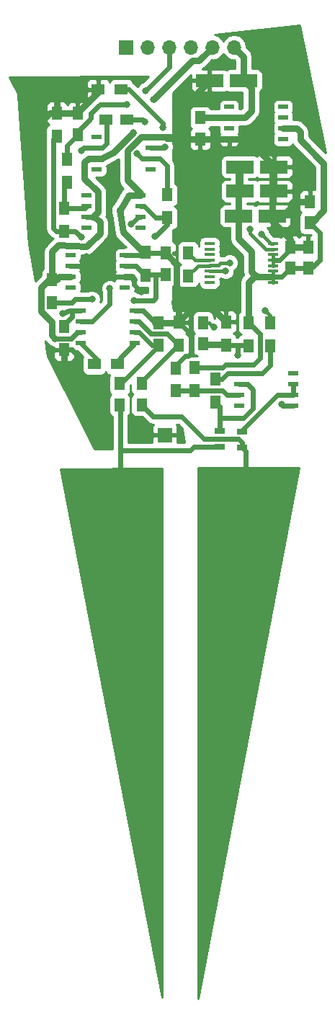
<source format=gbr>
G04 #@! TF.GenerationSoftware,KiCad,Pcbnew,no-vcs-found*
G04 #@! TF.CreationDate,2018-07-23T22:45:22+02:00*
G04 #@! TF.ProjectId,earthboot_withnewsoldermask,6561727468626F6F745F776974686E65,rev?*
G04 #@! TF.SameCoordinates,Original
G04 #@! TF.FileFunction,Copper,L1,Top,Signal*
G04 #@! TF.FilePolarity,Positive*
%FSLAX46Y46*%
G04 Gerber Fmt 4.6, Leading zero omitted, Abs format (unit mm)*
G04 Created by KiCad (PCBNEW no-vcs-found) date Mon Jul 23 22:45:22 2018*
%MOMM*%
%LPD*%
G01*
G04 APERTURE LIST*
%ADD10R,1.200000X0.400000*%
%ADD11R,1.300000X1.500000*%
%ADD12R,1.300000X0.700000*%
%ADD13R,1.250000X1.500000*%
%ADD14R,1.500000X1.250000*%
%ADD15R,3.200000X1.500000*%
%ADD16R,1.700000X1.700000*%
%ADD17O,1.700000X1.700000*%
%ADD18R,1.500000X1.300000*%
%ADD19R,1.143000X0.508000*%
%ADD20C,0.800000*%
%ADD21C,0.600000*%
%ADD22C,0.400000*%
%ADD23C,0.800000*%
%ADD24C,0.254000*%
G04 APERTURE END LIST*
D10*
X81817800Y-49185400D03*
X81817800Y-49835400D03*
X81817800Y-50485400D03*
X81817800Y-51135400D03*
X81817800Y-51785400D03*
X81817800Y-52435400D03*
X81817800Y-53085400D03*
X81817800Y-53735400D03*
X89317800Y-53735400D03*
X89317800Y-53085400D03*
X89317800Y-52435400D03*
X89317800Y-51785400D03*
X89317800Y-51135400D03*
X89317800Y-50485400D03*
X89317800Y-49835400D03*
X89317800Y-49185400D03*
D11*
X64731900Y-61649600D03*
X64731900Y-58949600D03*
D12*
X85610700Y-73149500D03*
X85610700Y-71249500D03*
D13*
X76669900Y-52824700D03*
X76669900Y-50324700D03*
X73837800Y-68153600D03*
X73837800Y-65653600D03*
X71259700Y-65653600D03*
X71259700Y-68153600D03*
D14*
X69616000Y-34632900D03*
X72116000Y-34632900D03*
D13*
X66332100Y-36403600D03*
X66332100Y-33903600D03*
X80721200Y-36898900D03*
X80721200Y-34398900D03*
D15*
X81832700Y-30048200D03*
X85832700Y-30048200D03*
D13*
X81076800Y-58490800D03*
X81076800Y-60990800D03*
X93433900Y-49600800D03*
X93433900Y-52100800D03*
D15*
X85388700Y-43027600D03*
X89388700Y-43027600D03*
D13*
X91300300Y-52100800D03*
X91300300Y-49600800D03*
D15*
X89388700Y-40182800D03*
X85388700Y-40182800D03*
D13*
X93611700Y-46766800D03*
X93611700Y-44266800D03*
D15*
X85210900Y-45961300D03*
X89210900Y-45961300D03*
D16*
X76581000Y-71691500D03*
D12*
X82981800Y-71186000D03*
X82981800Y-73086000D03*
D16*
X72009000Y-26136600D03*
D17*
X74549000Y-26136600D03*
X77089000Y-26136600D03*
X79629000Y-26136600D03*
X82169000Y-26136600D03*
X84709000Y-26136600D03*
D11*
X63309500Y-53412400D03*
X63309500Y-56112400D03*
X74269600Y-52924700D03*
X74269600Y-50224700D03*
X78206600Y-58454300D03*
X78206600Y-61154300D03*
X75819000Y-61167000D03*
X75819000Y-58467000D03*
D18*
X70971400Y-63373000D03*
X68271400Y-63373000D03*
X68754000Y-31089600D03*
X71454000Y-31089600D03*
D11*
X76835000Y-46168300D03*
X76835000Y-43468300D03*
X63868300Y-36554400D03*
X63868300Y-33854400D03*
X64770000Y-47730400D03*
X64770000Y-45030400D03*
X65100200Y-41977300D03*
X65100200Y-39277300D03*
X80022700Y-66475600D03*
X80022700Y-63775600D03*
X77863700Y-66501000D03*
X77863700Y-63801000D03*
X82537300Y-65147200D03*
X82537300Y-67847200D03*
X88988900Y-61179700D03*
X88988900Y-58479700D03*
X86410800Y-58479700D03*
X86410800Y-61179700D03*
X83743800Y-58390800D03*
X83743800Y-61090800D03*
X79298800Y-52988200D03*
X79298800Y-50288200D03*
D19*
X71856600Y-54381400D03*
X71856600Y-53111400D03*
X71856600Y-51841400D03*
X71856600Y-50571400D03*
X65506600Y-50571400D03*
X65506600Y-51841400D03*
X65506600Y-53111400D03*
X65506600Y-54381400D03*
X66706750Y-60902850D03*
X66706750Y-59632850D03*
X66706750Y-58362850D03*
X66706750Y-57092850D03*
X73056750Y-57092850D03*
X73056750Y-58362850D03*
X73056750Y-59632850D03*
X73056750Y-60902850D03*
X67398900Y-47332900D03*
X67398900Y-46062900D03*
X67398900Y-44792900D03*
X67398900Y-43522900D03*
X73748900Y-43522900D03*
X73748900Y-44792900D03*
X73748900Y-46062900D03*
X73748900Y-47332900D03*
X85280500Y-64427100D03*
X85280500Y-65697100D03*
X85280500Y-66967100D03*
X85280500Y-68237100D03*
X91630500Y-68237100D03*
X91630500Y-66967100D03*
X91630500Y-65697100D03*
X91630500Y-64427100D03*
X90474800Y-33121600D03*
X90474800Y-34391600D03*
X90474800Y-35661600D03*
X90474800Y-36931600D03*
X84124800Y-36931600D03*
X84124800Y-35661600D03*
X84124800Y-34391600D03*
X84124800Y-33121600D03*
X68567300Y-40487600D03*
X68567300Y-39217600D03*
X68567300Y-37947600D03*
X68567300Y-36677600D03*
X74917300Y-36677600D03*
X74917300Y-37947600D03*
X74917300Y-39217600D03*
X74917300Y-40487600D03*
D20*
X72948800Y-55854600D03*
X68008500Y-55714900D03*
X86238400Y-36898900D03*
X81762600Y-32270700D03*
X89763600Y-47967900D03*
X91592400Y-47510700D03*
X92925900Y-42100500D03*
X92964000Y-40157400D03*
X84201000Y-38328600D03*
X81953100Y-39052500D03*
X79476600Y-47815500D03*
X79171800Y-56235600D03*
X80810100Y-55816500D03*
X78867000Y-30937200D03*
X66751200Y-38252400D03*
X64592200Y-57365900D03*
X74180700Y-34874200D03*
X73291700Y-38608000D03*
X74295000Y-31216600D03*
X72097900Y-32816800D03*
X65493900Y-63931800D03*
X68618100Y-65151000D03*
X61696600Y-47244000D03*
X67322700Y-51777900D03*
X66167000Y-31457900D03*
X63842900Y-31572200D03*
X67589400Y-53835300D03*
X66636900Y-62636400D03*
X61988700Y-51168300D03*
X67398900Y-50711100D03*
X73761600Y-54825900D03*
X83718400Y-52387500D03*
X82334100Y-59055000D03*
X85102700Y-62280800D03*
X90271600Y-68084700D03*
X86563200Y-47510700D03*
X87922100Y-48094900D03*
X75260200Y-32283400D03*
X72821800Y-36144200D03*
X76555600Y-37807900D03*
X76301600Y-35534600D03*
X75399900Y-48387000D03*
X70104000Y-54444900D03*
X72567800Y-46913800D03*
X66725800Y-48463200D03*
X84188300Y-51447700D03*
X88366600Y-57035700D03*
D21*
X63309500Y-56112400D02*
X65629800Y-56112400D01*
X75526900Y-55537100D02*
X75526900Y-52824700D01*
X75209400Y-55854600D02*
X75526900Y-55537100D01*
X72948800Y-55854600D02*
X75209400Y-55854600D01*
X66027300Y-55714900D02*
X68008500Y-55714900D01*
X65629800Y-56112400D02*
X66027300Y-55714900D01*
X71856600Y-51841400D02*
X73186300Y-51841400D01*
X73186300Y-51841400D02*
X74169600Y-52824700D01*
X74169600Y-52824700D02*
X75526900Y-52824700D01*
X75526900Y-52824700D02*
X76669900Y-52824700D01*
D22*
X89317800Y-50485400D02*
X89317800Y-51135400D01*
X89317800Y-50485400D02*
X89317800Y-51785400D01*
D21*
X89317800Y-51135400D02*
X90025100Y-51135400D01*
X90025100Y-51135400D02*
X91300300Y-49860200D01*
X91300300Y-49860200D02*
X91300300Y-49600800D01*
D23*
X80721200Y-36898900D02*
X84092100Y-36898900D01*
X89388700Y-40049200D02*
X86238400Y-36898900D01*
X86238400Y-36898900D02*
X84092100Y-36898900D01*
X84092100Y-36898900D02*
X84124800Y-36931600D01*
X84092100Y-36898900D02*
X84124800Y-36931600D01*
X91267600Y-49600800D02*
X91300300Y-49600800D01*
X74917300Y-36677600D02*
X77883700Y-36677600D01*
X77883700Y-36677600D02*
X78105000Y-36898900D01*
X78105000Y-36898900D02*
X80721200Y-36898900D01*
X78206600Y-58454300D02*
X78206600Y-55092600D01*
X77978000Y-51632800D02*
X76669900Y-50324700D01*
X77978000Y-54864000D02*
X77978000Y-51632800D01*
X78206600Y-55092600D02*
X77978000Y-54864000D01*
X79791050Y-31861250D02*
X79791050Y-32089850D01*
X78867000Y-30937200D02*
X79791050Y-31861250D01*
X89388700Y-43027600D02*
X89388700Y-40182800D01*
X78105000Y-36898900D02*
X78105000Y-33775900D01*
X78105000Y-33775900D02*
X79791050Y-32089850D01*
X79791050Y-32089850D02*
X81832700Y-30048200D01*
X89388700Y-40182800D02*
X89388700Y-40049200D01*
X89210900Y-45961300D02*
X89210900Y-40360600D01*
D21*
X89210900Y-40360600D02*
X89388700Y-40182800D01*
X89210900Y-45961300D02*
X90360500Y-45961300D01*
D23*
X90360500Y-45961300D02*
X92055000Y-44266800D01*
X92055000Y-44266800D02*
X93611700Y-44266800D01*
D21*
X91300300Y-49600800D02*
X91300300Y-48666400D01*
D23*
X91300300Y-48666400D02*
X89210900Y-46577000D01*
D21*
X89210900Y-46577000D02*
X89210900Y-45961300D01*
D23*
X78206600Y-58454300D02*
X78206600Y-58343800D01*
X78206600Y-58343800D02*
X79933800Y-56616600D01*
X81969600Y-56616600D02*
X83743800Y-58390800D01*
X79933800Y-56616600D02*
X81969600Y-56616600D01*
X91300300Y-49600800D02*
X93433900Y-49600800D01*
D21*
X77863700Y-63801000D02*
X77863700Y-63500000D01*
X77863700Y-63500000D02*
X78930500Y-62433200D01*
X78930500Y-62433200D02*
X79298800Y-62433200D01*
X79298800Y-62433200D02*
X79679800Y-62052200D01*
X79679800Y-62052200D02*
X79679800Y-59927500D01*
X79679800Y-59927500D02*
X78206600Y-58454300D01*
D23*
X73787000Y-36677600D02*
X74917300Y-36677600D01*
D21*
X73787000Y-36677600D02*
X76542900Y-36677600D01*
X76764200Y-36898900D02*
X76542900Y-36677600D01*
X78105000Y-36898900D02*
X76764200Y-36898900D01*
X80721200Y-36898900D02*
X78105000Y-36898900D01*
D23*
X72174100Y-41732200D02*
X73748900Y-43307000D01*
X73787000Y-36677600D02*
X72174100Y-38290500D01*
X72174100Y-38290500D02*
X72174100Y-41732200D01*
D21*
X73748900Y-43307000D02*
X73748900Y-43522900D01*
X80499900Y-36677600D02*
X80721200Y-36898900D01*
X74269600Y-50224700D02*
X74037200Y-50224700D01*
D23*
X74037200Y-50224700D02*
X71666100Y-47853600D01*
X72339200Y-43522900D02*
X73748900Y-43522900D01*
X71272400Y-45383450D02*
X72339200Y-43522900D01*
X71272400Y-45173900D02*
X71272400Y-45383450D01*
X71666100Y-47853600D02*
X71272400Y-45173900D01*
D21*
X71856600Y-50571400D02*
X73922900Y-50571400D01*
X73922900Y-50571400D02*
X74169600Y-50324700D01*
X74169600Y-50324700D02*
X76669900Y-50324700D01*
X73056750Y-57092850D02*
X74021950Y-57092850D01*
X74021950Y-57092850D02*
X75396100Y-58467000D01*
D23*
X75396100Y-58467000D02*
X78193900Y-58467000D01*
D21*
X78193900Y-58467000D02*
X78206600Y-58454300D01*
X71259700Y-65653600D02*
X71417500Y-65653600D01*
X71417500Y-65653600D02*
X75819000Y-61252100D01*
X75819000Y-61252100D02*
X75819000Y-61167000D01*
X75819000Y-61167000D02*
X75098900Y-61167000D01*
X75098900Y-61167000D02*
X73564750Y-59632850D01*
X73564750Y-59632850D02*
X73056750Y-59632850D01*
X71259700Y-65653600D02*
X71506400Y-65653600D01*
X71259700Y-65653600D02*
X71259700Y-65481200D01*
X73056750Y-58362850D02*
X73501250Y-58362850D01*
X73501250Y-58362850D02*
X74904600Y-59766200D01*
X74904600Y-59766200D02*
X76818500Y-59766200D01*
X76818500Y-59766200D02*
X78206600Y-61154300D01*
X73837800Y-65653600D02*
X73837800Y-65392300D01*
X73837800Y-65392300D02*
X78075800Y-61154300D01*
X78075800Y-61154300D02*
X78206600Y-61154300D01*
X73837800Y-65653600D02*
X73944800Y-65653600D01*
X64731900Y-58949600D02*
X64731900Y-58712100D01*
X64731900Y-58712100D02*
X65633600Y-57810400D01*
X65633600Y-57810400D02*
X65633600Y-57092850D01*
X66706750Y-57092850D02*
X65633600Y-57092850D01*
X65633600Y-57092850D02*
X65360550Y-57092850D01*
X67056000Y-37947600D02*
X68567300Y-37947600D01*
X66751200Y-38252400D02*
X67056000Y-37947600D01*
X65360550Y-57092850D02*
X64592200Y-57365900D01*
X68567300Y-37947600D02*
X69202300Y-37947600D01*
X69761100Y-37388800D02*
X69761100Y-34778000D01*
X69202300Y-37947600D02*
X69761100Y-37388800D01*
X69761100Y-34778000D02*
X69616000Y-34632900D01*
X74917300Y-39217600D02*
X73901300Y-39217600D01*
X73939400Y-34632900D02*
X72116000Y-34632900D01*
X74180700Y-34874200D02*
X73939400Y-34632900D01*
X73901300Y-39217600D02*
X73291700Y-38608000D01*
X76835000Y-43468300D02*
X76835000Y-40030400D01*
X76022200Y-39217600D02*
X74917300Y-39217600D01*
X76835000Y-40030400D02*
X76022200Y-39217600D01*
X66332100Y-36403600D02*
X66332100Y-36042600D01*
X66332100Y-36042600D02*
X67894200Y-34480500D01*
X77089000Y-28422600D02*
X77089000Y-26136600D01*
X74295000Y-31216600D02*
X77089000Y-28422600D01*
X68986400Y-32816800D02*
X72097900Y-32816800D01*
X67894200Y-33909000D02*
X68986400Y-32816800D01*
X67894200Y-34480500D02*
X67894200Y-33909000D01*
X65100200Y-39277300D02*
X65100200Y-37635500D01*
X65100200Y-37635500D02*
X66332100Y-36403600D01*
D23*
X64731900Y-63169800D02*
X65493900Y-63931800D01*
X64731900Y-61649600D02*
X64731900Y-63169800D01*
X61696600Y-47244000D02*
X61760100Y-47244000D01*
X63868300Y-33854400D02*
X63868300Y-31597600D01*
X63868300Y-31597600D02*
X63842900Y-31572200D01*
D21*
X64731900Y-61649600D02*
X65650100Y-61649600D01*
X68370450Y-53054250D02*
X68560950Y-53054250D01*
X67589400Y-53835300D02*
X68370450Y-53054250D01*
X65650100Y-61649600D02*
X66636900Y-62636400D01*
D23*
X63868300Y-33854400D02*
X63033900Y-33854400D01*
X63033900Y-33854400D02*
X61760100Y-35128200D01*
X61760100Y-35128200D02*
X61760100Y-47244000D01*
X61760100Y-47244000D02*
X61760100Y-50939700D01*
X61760100Y-50939700D02*
X61988700Y-51168300D01*
X67398900Y-50711100D02*
X67322700Y-50787300D01*
X67322700Y-50787300D02*
X67322700Y-51777900D01*
X67322700Y-51777900D02*
X67322700Y-51841400D01*
D21*
X73761600Y-54825900D02*
X72986900Y-54051200D01*
X72986900Y-54051200D02*
X72986900Y-53441600D01*
D23*
X72986900Y-53441600D02*
X72656700Y-53111400D01*
X72656700Y-53111400D02*
X71856600Y-53111400D01*
X63868300Y-33854400D02*
X66282900Y-33854400D01*
X66282900Y-33854400D02*
X68754000Y-31383300D01*
D21*
X68754000Y-31383300D02*
X68754000Y-31089600D01*
X65506600Y-51841400D02*
X67322700Y-51841400D01*
X67322700Y-51841400D02*
X67348100Y-51841400D01*
X67348100Y-51841400D02*
X68560950Y-53054250D01*
X68560950Y-53054250D02*
X68618100Y-53111400D01*
X68618100Y-53111400D02*
X71856600Y-53111400D01*
D23*
X84124800Y-34391600D02*
X85979000Y-34391600D01*
X86715600Y-30931100D02*
X85832700Y-30048200D01*
X86715600Y-33655000D02*
X86715600Y-30931100D01*
X85979000Y-34391600D02*
X86715600Y-33655000D01*
X80721200Y-34398900D02*
X84117500Y-34398900D01*
X84117500Y-34398900D02*
X84124800Y-34391600D01*
X85832700Y-30048200D02*
X85832700Y-27260300D01*
X85832700Y-27260300D02*
X84709000Y-26136600D01*
D22*
X81076800Y-58490800D02*
X81769900Y-58490800D01*
X83670500Y-52435400D02*
X81817800Y-52435400D01*
X83718400Y-52387500D02*
X83670500Y-52435400D01*
X81769900Y-58490800D02*
X82334100Y-59055000D01*
D21*
X91630500Y-68237100D02*
X90424000Y-68237100D01*
X85102700Y-62280800D02*
X85102700Y-61090800D01*
X90424000Y-68237100D02*
X90271600Y-68084700D01*
X81076800Y-60990800D02*
X83643800Y-60990800D01*
X83643800Y-60990800D02*
X83743800Y-61090800D01*
X86410800Y-61179700D02*
X86321900Y-61090800D01*
X86321900Y-61090800D02*
X85102700Y-61090800D01*
X85102700Y-61090800D02*
X81176800Y-61090800D01*
X81176800Y-61090800D02*
X81076800Y-60990800D01*
D22*
X89317800Y-52435400D02*
X89317800Y-53085400D01*
D23*
X86410800Y-58479700D02*
X86410800Y-53759100D01*
X87223600Y-52946300D02*
X87223600Y-53085400D01*
X86410800Y-53759100D02*
X87223600Y-52946300D01*
X85210900Y-45961300D02*
X85210900Y-48634900D01*
X85210900Y-48634900D02*
X86741000Y-50165000D01*
X86741000Y-50165000D02*
X86741000Y-52463700D01*
X86741000Y-52463700D02*
X87362700Y-53085400D01*
X87362700Y-53085400D02*
X87223600Y-53085400D01*
X87223600Y-53085400D02*
X89317800Y-53085400D01*
D21*
X89317800Y-53085400D02*
X90315700Y-53085400D01*
X90315700Y-53085400D02*
X91300300Y-52100800D01*
D22*
X89317800Y-53735400D02*
X89317800Y-52435400D01*
D23*
X93822200Y-46766800D02*
X95250000Y-45339000D01*
X95250000Y-45339000D02*
X95250000Y-39814500D01*
X95250000Y-39814500D02*
X92468700Y-37033200D01*
X92468700Y-37033200D02*
X92468700Y-36042600D01*
X92468700Y-36042600D02*
X92087700Y-35661600D01*
X92087700Y-35661600D02*
X90474800Y-35661600D01*
X85388700Y-43027600D02*
X85388700Y-40182800D01*
X93611700Y-46766800D02*
X93822200Y-46766800D01*
X85210900Y-45961300D02*
X85210900Y-40360600D01*
X85210900Y-40360600D02*
X85388700Y-40182800D01*
D21*
X93433900Y-52100800D02*
X93771400Y-52100800D01*
X93771400Y-52100800D02*
X94754700Y-51117500D01*
X94754700Y-47909800D02*
X93611700Y-46766800D01*
X94754700Y-51117500D02*
X94754700Y-47909800D01*
X91300300Y-52100800D02*
X93433900Y-52100800D01*
D22*
X90965700Y-52435400D02*
X91300300Y-52100800D01*
D21*
X80022700Y-63775600D02*
X83353900Y-63775600D01*
X87731600Y-59800500D02*
X86410800Y-58479700D01*
X87731600Y-62674500D02*
X87731600Y-59800500D01*
X86982300Y-63423800D02*
X87731600Y-62674500D01*
X83705700Y-63423800D02*
X86982300Y-63423800D01*
X83353900Y-63775600D02*
X83705700Y-63423800D01*
X85610700Y-73149500D02*
X85610700Y-72542400D01*
X75178600Y-69494400D02*
X73837800Y-68153600D01*
X78562200Y-69494400D02*
X75178600Y-69494400D01*
X81191100Y-72123300D02*
X78562200Y-69494400D01*
X85191600Y-72123300D02*
X81191100Y-72123300D01*
X85610700Y-72542400D02*
X85191600Y-72123300D01*
X86055200Y-78765400D02*
X86055200Y-73594000D01*
X86055200Y-73594000D02*
X85610700Y-73149500D01*
X82981800Y-73086000D02*
X79999800Y-73086000D01*
X79552800Y-73533000D02*
X71374000Y-73533000D01*
X79999800Y-73086000D02*
X79552800Y-73533000D01*
X71374000Y-79248000D02*
X71374000Y-73533000D01*
X71374000Y-73533000D02*
X71374000Y-68267900D01*
X71374000Y-68267900D02*
X71259700Y-68153600D01*
X85610700Y-71249500D02*
X85610700Y-71132700D01*
X85610700Y-71132700D02*
X89776300Y-66967100D01*
X89776300Y-66967100D02*
X91630500Y-66967100D01*
X91630500Y-66967100D02*
X91630500Y-65697100D01*
X82981800Y-69710300D02*
X85775800Y-69710300D01*
X86283800Y-65697100D02*
X85280500Y-65697100D01*
X86944200Y-66357500D02*
X86283800Y-65697100D01*
X86944200Y-68541900D02*
X86944200Y-66357500D01*
X85775800Y-69710300D02*
X86944200Y-68541900D01*
X82981800Y-71186000D02*
X82981800Y-69710300D01*
X82981800Y-69710300D02*
X82981800Y-68291700D01*
X82981800Y-68291700D02*
X82537300Y-67847200D01*
D22*
X89317800Y-49835400D02*
X88418000Y-49835400D01*
X86563200Y-47980600D02*
X86563200Y-47510700D01*
X88418000Y-49835400D02*
X86563200Y-47980600D01*
X87922100Y-48094900D02*
X89012600Y-49185400D01*
X89012600Y-49185400D02*
X89317800Y-49185400D01*
D23*
X63309500Y-53412400D02*
X63859400Y-53412400D01*
X63859400Y-53412400D02*
X64160400Y-53111400D01*
X64160400Y-53111400D02*
X65506600Y-53111400D01*
X68567300Y-39217600D02*
X69164200Y-39217600D01*
X80606900Y-27698700D02*
X82169000Y-26136600D01*
X79844900Y-27698700D02*
X80606900Y-27698700D01*
X75260200Y-32283400D02*
X79844900Y-27698700D01*
X70561200Y-38404800D02*
X72821800Y-36144200D01*
X69164200Y-39217600D02*
X70561200Y-38404800D01*
D21*
X66706750Y-59632850D02*
X66300350Y-59632850D01*
X66300350Y-59632850D02*
X65570100Y-60363100D01*
D23*
X62014100Y-54343300D02*
X62945000Y-53412400D01*
X62014100Y-57150000D02*
X62014100Y-54343300D01*
X63284100Y-58420000D02*
X62014100Y-57150000D01*
X63284100Y-59982100D02*
X63284100Y-58420000D01*
X63665100Y-60363100D02*
X63284100Y-59982100D01*
D21*
X65570100Y-60363100D02*
X63665100Y-60363100D01*
X62945000Y-53412400D02*
X63309500Y-53412400D01*
D23*
X68033900Y-46062900D02*
X68160900Y-46062900D01*
X67576700Y-39217600D02*
X68567300Y-39217600D01*
X67144900Y-39649400D02*
X67576700Y-39217600D01*
X67144900Y-41541700D02*
X67144900Y-39649400D01*
X68732400Y-43129200D02*
X67144900Y-41541700D01*
X68732400Y-45491400D02*
X68732400Y-43129200D01*
X68160900Y-46062900D02*
X68732400Y-45491400D01*
X63309500Y-53412400D02*
X63309500Y-50152300D01*
X68326000Y-46062900D02*
X68033900Y-46062900D01*
X68948300Y-46685200D02*
X68326000Y-46062900D01*
X68948300Y-47980600D02*
X68948300Y-46685200D01*
X67379850Y-49549050D02*
X68948300Y-47980600D01*
X64058800Y-49403000D02*
X67379850Y-49549050D01*
X63309500Y-50152300D02*
X64058800Y-49403000D01*
D21*
X68033900Y-46062900D02*
X67398900Y-46062900D01*
X63610500Y-53111400D02*
X63309500Y-53412400D01*
X71219050Y-63188850D02*
X71219050Y-62740550D01*
X71219050Y-62740550D02*
X73056750Y-60902850D01*
X68519050Y-63188850D02*
X68519050Y-62715150D01*
X68519050Y-62715150D02*
X66706750Y-60902850D01*
X71454000Y-31089600D02*
X72351900Y-31089600D01*
X76415900Y-37947600D02*
X74917300Y-37947600D01*
X76555600Y-37807900D02*
X76415900Y-37947600D01*
X76301600Y-35039300D02*
X76301600Y-35534600D01*
X72351900Y-31089600D02*
X76301600Y-35039300D01*
X66706750Y-58362850D02*
X68014850Y-58362850D01*
X76835000Y-46951900D02*
X76835000Y-46168300D01*
X75399900Y-48387000D02*
X76835000Y-46951900D01*
X70104000Y-56273700D02*
X70104000Y-54444900D01*
X68014850Y-58362850D02*
X70104000Y-56273700D01*
X73748900Y-44792900D02*
X74142600Y-44792900D01*
X74142600Y-44792900D02*
X75518000Y-46168300D01*
X75518000Y-46168300D02*
X76835000Y-46168300D01*
X73748900Y-46062900D02*
X73418700Y-46062900D01*
X73418700Y-46062900D02*
X72567800Y-46913800D01*
X66725800Y-48463200D02*
X65993000Y-47730400D01*
X65993000Y-47730400D02*
X64770000Y-47730400D01*
X64770000Y-47730400D02*
X63795900Y-47730400D01*
X63474600Y-47409100D02*
X63474600Y-36948100D01*
X63795900Y-47730400D02*
X63474600Y-47409100D01*
X63474600Y-36948100D02*
X63868300Y-36554400D01*
X64770000Y-45030400D02*
X67161400Y-45030400D01*
X67161400Y-45030400D02*
X67398900Y-44792900D01*
X64770000Y-45030400D02*
X64770000Y-42307500D01*
X64770000Y-42307500D02*
X65100200Y-41977300D01*
X77863700Y-66501000D02*
X79997300Y-66501000D01*
X79997300Y-66501000D02*
X80022700Y-66475600D01*
X85280500Y-66967100D02*
X83832700Y-66967100D01*
X83341200Y-66475600D02*
X77889100Y-66475600D01*
X83832700Y-66967100D02*
X83341200Y-66475600D01*
X77889100Y-66475600D02*
X77863700Y-66501000D01*
X85280500Y-64427100D02*
X88036400Y-64427100D01*
X88988900Y-63474600D02*
X88988900Y-61179700D01*
X88036400Y-64427100D02*
X88988900Y-63474600D01*
X82537300Y-65147200D02*
X83239600Y-65147200D01*
X83959700Y-64427100D02*
X85280500Y-64427100D01*
X83239600Y-65147200D02*
X83959700Y-64427100D01*
D22*
X88988900Y-58479700D02*
X88988900Y-57658000D01*
X82854800Y-51739800D02*
X81863400Y-51739800D01*
X83146900Y-51447700D02*
X82854800Y-51739800D01*
X84188300Y-51447700D02*
X83146900Y-51447700D01*
X88988900Y-57658000D02*
X88366600Y-57035700D01*
X81863400Y-51739800D02*
X81817800Y-51785400D01*
X79298800Y-52988200D02*
X79298800Y-52959000D01*
X79298800Y-52959000D02*
X80472400Y-51785400D01*
X80472400Y-51785400D02*
X81817800Y-51785400D01*
X81817800Y-51135400D02*
X80146000Y-51135400D01*
X80146000Y-51135400D02*
X79298800Y-50288200D01*
D24*
G36*
X92305425Y-75562687D02*
X80482249Y-137893106D01*
X80517927Y-75527394D01*
X92305425Y-75562687D01*
X92305425Y-75562687D01*
G37*
X92305425Y-75562687D02*
X80482249Y-137893106D01*
X80517927Y-75527394D01*
X92305425Y-75562687D01*
G36*
X76275396Y-137768329D02*
X64335826Y-75675286D01*
X76263524Y-75603863D01*
X76275396Y-137768329D01*
X76275396Y-137768329D01*
G37*
X76275396Y-137768329D02*
X64335826Y-75675286D01*
X76263524Y-75603863D01*
X76275396Y-137768329D01*
G36*
X95456426Y-38557215D02*
X93503700Y-36604488D01*
X93503700Y-36042600D01*
X93443783Y-35741377D01*
X93424915Y-35646522D01*
X93282846Y-35433901D01*
X93200556Y-35310744D01*
X93200553Y-35310742D01*
X92819556Y-34929744D01*
X92483777Y-34705385D01*
X92087700Y-34626599D01*
X92087695Y-34626600D01*
X91693740Y-34626600D01*
X91693740Y-34137600D01*
X91644457Y-33889835D01*
X91555432Y-33756600D01*
X91644457Y-33623365D01*
X91693740Y-33375600D01*
X91693740Y-32867600D01*
X91644457Y-32619835D01*
X91504109Y-32409791D01*
X91294065Y-32269443D01*
X91046300Y-32220160D01*
X89903300Y-32220160D01*
X89655535Y-32269443D01*
X89445491Y-32409791D01*
X89305143Y-32619835D01*
X89255860Y-32867600D01*
X89255860Y-33375600D01*
X89305143Y-33623365D01*
X89394168Y-33756600D01*
X89305143Y-33889835D01*
X89255860Y-34137600D01*
X89255860Y-34645600D01*
X89305143Y-34893365D01*
X89394168Y-35026600D01*
X89305143Y-35159835D01*
X89255860Y-35407600D01*
X89255860Y-35915600D01*
X89305143Y-36163365D01*
X89394168Y-36296600D01*
X89305143Y-36429835D01*
X89255860Y-36677600D01*
X89255860Y-37185600D01*
X89305143Y-37433365D01*
X89445491Y-37643409D01*
X89655535Y-37783757D01*
X89903300Y-37833040D01*
X91046300Y-37833040D01*
X91294065Y-37783757D01*
X91504109Y-37643409D01*
X91579836Y-37530076D01*
X91736844Y-37765056D01*
X94215000Y-40243211D01*
X94215000Y-42881800D01*
X93897450Y-42881800D01*
X93738700Y-43040550D01*
X93738700Y-44139800D01*
X93758700Y-44139800D01*
X93758700Y-44393800D01*
X93738700Y-44393800D01*
X93738700Y-44413800D01*
X93484700Y-44413800D01*
X93484700Y-44393800D01*
X92510450Y-44393800D01*
X92351700Y-44552550D01*
X92351700Y-45143109D01*
X92448373Y-45376498D01*
X92590020Y-45518146D01*
X92528891Y-45558991D01*
X92388543Y-45769035D01*
X92339260Y-46016800D01*
X92339260Y-47516800D01*
X92388543Y-47764565D01*
X92528891Y-47974609D01*
X92738935Y-48114957D01*
X92986700Y-48164240D01*
X93686850Y-48164240D01*
X93738410Y-48215800D01*
X93719650Y-48215800D01*
X93560900Y-48374550D01*
X93560900Y-49473800D01*
X93580900Y-49473800D01*
X93580900Y-49727800D01*
X93560900Y-49727800D01*
X93560900Y-49747800D01*
X93306900Y-49747800D01*
X93306900Y-49727800D01*
X91427300Y-49727800D01*
X91427300Y-49747800D01*
X91173300Y-49747800D01*
X91173300Y-49727800D01*
X91153300Y-49727800D01*
X91153300Y-49473800D01*
X91173300Y-49473800D01*
X91173300Y-48374550D01*
X91427300Y-48374550D01*
X91427300Y-49473800D01*
X93306900Y-49473800D01*
X93306900Y-48374550D01*
X93148150Y-48215800D01*
X92682590Y-48215800D01*
X92449201Y-48312473D01*
X92367100Y-48394574D01*
X92284999Y-48312473D01*
X92051610Y-48215800D01*
X91586050Y-48215800D01*
X91427300Y-48374550D01*
X91173300Y-48374550D01*
X91014550Y-48215800D01*
X90548990Y-48215800D01*
X90315601Y-48312473D01*
X90210684Y-48417391D01*
X90165565Y-48387243D01*
X89917800Y-48337960D01*
X89346028Y-48337960D01*
X88957227Y-47949159D01*
X88957279Y-47889929D01*
X88800042Y-47509385D01*
X88637241Y-47346300D01*
X88925150Y-47346300D01*
X89083900Y-47187550D01*
X89083900Y-46088300D01*
X89337900Y-46088300D01*
X89337900Y-47187550D01*
X89496650Y-47346300D01*
X90937209Y-47346300D01*
X91170598Y-47249627D01*
X91349227Y-47070999D01*
X91445900Y-46837610D01*
X91445900Y-46247050D01*
X91287150Y-46088300D01*
X89337900Y-46088300D01*
X89083900Y-46088300D01*
X89063900Y-46088300D01*
X89063900Y-45834300D01*
X89083900Y-45834300D01*
X89083900Y-44735050D01*
X89337900Y-44735050D01*
X89337900Y-45834300D01*
X91287150Y-45834300D01*
X91445900Y-45675550D01*
X91445900Y-45084990D01*
X91349227Y-44851601D01*
X91170598Y-44672973D01*
X90937209Y-44576300D01*
X89496650Y-44576300D01*
X89337900Y-44735050D01*
X89083900Y-44735050D01*
X88925150Y-44576300D01*
X87484591Y-44576300D01*
X87251202Y-44672973D01*
X87209947Y-44714227D01*
X87058665Y-44613143D01*
X86810900Y-44563860D01*
X86245900Y-44563860D01*
X86245900Y-44425040D01*
X86988700Y-44425040D01*
X87236465Y-44375757D01*
X87387747Y-44274673D01*
X87429002Y-44315927D01*
X87662391Y-44412600D01*
X89102950Y-44412600D01*
X89261700Y-44253850D01*
X89261700Y-43154600D01*
X89515700Y-43154600D01*
X89515700Y-44253850D01*
X89674450Y-44412600D01*
X91115009Y-44412600D01*
X91348398Y-44315927D01*
X91527027Y-44137299D01*
X91623700Y-43903910D01*
X91623700Y-43390491D01*
X92351700Y-43390491D01*
X92351700Y-43981050D01*
X92510450Y-44139800D01*
X93484700Y-44139800D01*
X93484700Y-43040550D01*
X93325950Y-42881800D01*
X92860390Y-42881800D01*
X92627001Y-42978473D01*
X92448373Y-43157102D01*
X92351700Y-43390491D01*
X91623700Y-43390491D01*
X91623700Y-43313350D01*
X91464950Y-43154600D01*
X89515700Y-43154600D01*
X89261700Y-43154600D01*
X89241700Y-43154600D01*
X89241700Y-42900600D01*
X89261700Y-42900600D01*
X89261700Y-41801350D01*
X89515700Y-41801350D01*
X89515700Y-42900600D01*
X91464950Y-42900600D01*
X91623700Y-42741850D01*
X91623700Y-42151290D01*
X91527027Y-41917901D01*
X91348398Y-41739273D01*
X91115009Y-41642600D01*
X89674450Y-41642600D01*
X89515700Y-41801350D01*
X89261700Y-41801350D01*
X89102950Y-41642600D01*
X87662391Y-41642600D01*
X87429002Y-41739273D01*
X87387747Y-41780527D01*
X87236465Y-41679443D01*
X86988700Y-41630160D01*
X86423700Y-41630160D01*
X86423700Y-41580240D01*
X86988700Y-41580240D01*
X87236465Y-41530957D01*
X87387747Y-41429873D01*
X87429002Y-41471127D01*
X87662391Y-41567800D01*
X89102950Y-41567800D01*
X89261700Y-41409050D01*
X89261700Y-40309800D01*
X89515700Y-40309800D01*
X89515700Y-41409050D01*
X89674450Y-41567800D01*
X91115009Y-41567800D01*
X91348398Y-41471127D01*
X91527027Y-41292499D01*
X91623700Y-41059110D01*
X91623700Y-40468550D01*
X91464950Y-40309800D01*
X89515700Y-40309800D01*
X89261700Y-40309800D01*
X89241700Y-40309800D01*
X89241700Y-40055800D01*
X89261700Y-40055800D01*
X89261700Y-38956550D01*
X89515700Y-38956550D01*
X89515700Y-40055800D01*
X91464950Y-40055800D01*
X91623700Y-39897050D01*
X91623700Y-39306490D01*
X91527027Y-39073101D01*
X91348398Y-38894473D01*
X91115009Y-38797800D01*
X89674450Y-38797800D01*
X89515700Y-38956550D01*
X89261700Y-38956550D01*
X89102950Y-38797800D01*
X87662391Y-38797800D01*
X87429002Y-38894473D01*
X87387747Y-38935727D01*
X87236465Y-38834643D01*
X86988700Y-38785360D01*
X83788700Y-38785360D01*
X83540935Y-38834643D01*
X83330891Y-38974991D01*
X83190543Y-39185035D01*
X83141260Y-39432800D01*
X83141260Y-40932800D01*
X83190543Y-41180565D01*
X83330891Y-41390609D01*
X83540935Y-41530957D01*
X83788700Y-41580240D01*
X84175900Y-41580240D01*
X84175900Y-41630160D01*
X83788700Y-41630160D01*
X83540935Y-41679443D01*
X83330891Y-41819791D01*
X83190543Y-42029835D01*
X83141260Y-42277600D01*
X83141260Y-43777600D01*
X83190543Y-44025365D01*
X83330891Y-44235409D01*
X83540935Y-44375757D01*
X83788700Y-44425040D01*
X84175900Y-44425040D01*
X84175900Y-44563860D01*
X83610900Y-44563860D01*
X83363135Y-44613143D01*
X83153091Y-44753491D01*
X83012743Y-44963535D01*
X82963460Y-45211300D01*
X82963460Y-46711300D01*
X83012743Y-46959065D01*
X83153091Y-47169109D01*
X83363135Y-47309457D01*
X83610900Y-47358740D01*
X84175900Y-47358740D01*
X84175900Y-48634895D01*
X84175899Y-48634900D01*
X84254685Y-49030977D01*
X84479044Y-49366756D01*
X85706000Y-50593711D01*
X85706000Y-52463695D01*
X85705999Y-52463700D01*
X85784785Y-52859777D01*
X85809469Y-52896719D01*
X85678944Y-53027244D01*
X85454585Y-53363023D01*
X85375799Y-53759100D01*
X85375800Y-53759105D01*
X85375800Y-57223241D01*
X85302991Y-57271891D01*
X85162643Y-57481935D01*
X85113360Y-57729700D01*
X85113360Y-59229700D01*
X85162643Y-59477465D01*
X85302991Y-59687509D01*
X85513035Y-59827857D01*
X85522300Y-59829700D01*
X85513035Y-59831543D01*
X85302991Y-59971891D01*
X85180106Y-60155800D01*
X85004442Y-60155800D01*
X84991957Y-60093035D01*
X84851609Y-59882991D01*
X84641565Y-59742643D01*
X84613591Y-59737079D01*
X84753499Y-59679127D01*
X84932127Y-59500498D01*
X85028800Y-59267109D01*
X85028800Y-58676550D01*
X84870050Y-58517800D01*
X83870800Y-58517800D01*
X83870800Y-58537800D01*
X83616800Y-58537800D01*
X83616800Y-58517800D01*
X83596800Y-58517800D01*
X83596800Y-58263800D01*
X83616800Y-58263800D01*
X83616800Y-57164550D01*
X83870800Y-57164550D01*
X83870800Y-58263800D01*
X84870050Y-58263800D01*
X85028800Y-58105050D01*
X85028800Y-57514491D01*
X84932127Y-57281102D01*
X84753499Y-57102473D01*
X84520110Y-57005800D01*
X84029550Y-57005800D01*
X83870800Y-57164550D01*
X83616800Y-57164550D01*
X83458050Y-57005800D01*
X82967490Y-57005800D01*
X82734101Y-57102473D01*
X82555473Y-57281102D01*
X82458800Y-57514491D01*
X82458800Y-57998832D01*
X82360334Y-57900366D01*
X82349240Y-57892953D01*
X82349240Y-57740800D01*
X82299957Y-57493035D01*
X82159609Y-57282991D01*
X81949565Y-57142643D01*
X81701800Y-57093360D01*
X80451800Y-57093360D01*
X80204035Y-57142643D01*
X79993991Y-57282991D01*
X79853643Y-57493035D01*
X79804360Y-57740800D01*
X79804360Y-59240800D01*
X79853643Y-59488565D01*
X79993991Y-59698609D01*
X80057134Y-59740800D01*
X79993991Y-59782991D01*
X79853643Y-59993035D01*
X79804360Y-60240800D01*
X79804360Y-61740800D01*
X79853643Y-61988565D01*
X79993991Y-62198609D01*
X80204035Y-62338957D01*
X80401124Y-62378160D01*
X79372700Y-62378160D01*
X79255497Y-62401473D01*
X79314409Y-62362109D01*
X79454757Y-62152065D01*
X79504040Y-61904300D01*
X79504040Y-60404300D01*
X79454757Y-60156535D01*
X79314409Y-59946491D01*
X79104365Y-59806143D01*
X79076391Y-59800579D01*
X79216299Y-59742627D01*
X79394927Y-59563998D01*
X79491600Y-59330609D01*
X79491600Y-58740050D01*
X79332850Y-58581300D01*
X78333600Y-58581300D01*
X78333600Y-58601300D01*
X78079600Y-58601300D01*
X78079600Y-58581300D01*
X78059600Y-58581300D01*
X78059600Y-58327300D01*
X78079600Y-58327300D01*
X78079600Y-57228050D01*
X78333600Y-57228050D01*
X78333600Y-58327300D01*
X79332850Y-58327300D01*
X79491600Y-58168550D01*
X79491600Y-57577991D01*
X79394927Y-57344602D01*
X79216299Y-57165973D01*
X78982910Y-57069300D01*
X78492350Y-57069300D01*
X78333600Y-57228050D01*
X78079600Y-57228050D01*
X77920850Y-57069300D01*
X77613097Y-57069300D01*
X77470256Y-56088459D01*
X77482651Y-55642226D01*
X77482700Y-55638964D01*
X77485726Y-54184183D01*
X77542665Y-54172857D01*
X77752709Y-54032509D01*
X77893057Y-53822465D01*
X77942340Y-53574700D01*
X77942340Y-52074700D01*
X77893057Y-51826935D01*
X77752709Y-51616891D01*
X77691580Y-51576046D01*
X77833227Y-51434398D01*
X77929900Y-51201009D01*
X77929900Y-50610450D01*
X77771150Y-50451700D01*
X77493489Y-50451700D01*
X77494017Y-50197700D01*
X77771150Y-50197700D01*
X77929900Y-50038950D01*
X77929900Y-49538200D01*
X78001360Y-49538200D01*
X78001360Y-51038200D01*
X78050643Y-51285965D01*
X78190991Y-51496009D01*
X78401035Y-51636357D01*
X78410300Y-51638200D01*
X78401035Y-51640043D01*
X78190991Y-51780391D01*
X78050643Y-51990435D01*
X78001360Y-52238200D01*
X78001360Y-53738200D01*
X78050643Y-53985965D01*
X78190991Y-54196009D01*
X78401035Y-54336357D01*
X78648800Y-54385640D01*
X79948800Y-54385640D01*
X80196565Y-54336357D01*
X80406609Y-54196009D01*
X80546957Y-53985965D01*
X80570360Y-53868309D01*
X80570360Y-53935400D01*
X80619643Y-54183165D01*
X80759991Y-54393209D01*
X80970035Y-54533557D01*
X81217800Y-54582840D01*
X82417800Y-54582840D01*
X82665565Y-54533557D01*
X82875609Y-54393209D01*
X83015957Y-54183165D01*
X83065240Y-53935400D01*
X83065240Y-53535400D01*
X83040376Y-53410400D01*
X83065240Y-53285400D01*
X83065240Y-53270400D01*
X83145758Y-53270400D01*
X83511623Y-53422320D01*
X83923371Y-53422679D01*
X84303915Y-53265442D01*
X84595319Y-52974546D01*
X84753220Y-52594277D01*
X84753447Y-52334058D01*
X84773815Y-52325642D01*
X85065219Y-52034746D01*
X85223120Y-51654477D01*
X85223479Y-51242729D01*
X85066242Y-50862185D01*
X84775346Y-50570781D01*
X84395077Y-50412880D01*
X83983329Y-50412521D01*
X83602785Y-50569758D01*
X83559768Y-50612700D01*
X83146900Y-50612700D01*
X83065240Y-50628943D01*
X83065240Y-50285400D01*
X83040376Y-50160400D01*
X83065240Y-50035400D01*
X83065240Y-49635400D01*
X83040376Y-49510400D01*
X83065240Y-49385400D01*
X83065240Y-48985400D01*
X83015957Y-48737635D01*
X82875609Y-48527591D01*
X82665565Y-48387243D01*
X82417800Y-48337960D01*
X81217800Y-48337960D01*
X80970035Y-48387243D01*
X80759991Y-48527591D01*
X80619643Y-48737635D01*
X80570360Y-48985400D01*
X80570360Y-49385400D01*
X80595224Y-49510400D01*
X80592967Y-49521746D01*
X80546957Y-49290435D01*
X80406609Y-49080391D01*
X80196565Y-48940043D01*
X79948800Y-48890760D01*
X78648800Y-48890760D01*
X78401035Y-48940043D01*
X78190991Y-49080391D01*
X78050643Y-49290435D01*
X78001360Y-49538200D01*
X77929900Y-49538200D01*
X77929900Y-49448391D01*
X77833227Y-49215002D01*
X77654599Y-49036373D01*
X77496569Y-48970915D01*
X77499403Y-47608169D01*
X77534306Y-47555932D01*
X77732765Y-47516457D01*
X77942809Y-47376109D01*
X78083157Y-47166065D01*
X78132440Y-46918300D01*
X78132440Y-45418300D01*
X78083157Y-45170535D01*
X77942809Y-44960491D01*
X77732765Y-44820143D01*
X77723500Y-44818300D01*
X77732765Y-44816457D01*
X77942809Y-44676109D01*
X78083157Y-44466065D01*
X78132440Y-44218300D01*
X78132440Y-42718300D01*
X78083157Y-42470535D01*
X77942809Y-42260491D01*
X77770000Y-42145023D01*
X77770000Y-40030400D01*
X77698827Y-39672591D01*
X77516475Y-39399682D01*
X77518998Y-38186680D01*
X77590420Y-38014677D01*
X77590779Y-37602929D01*
X77520566Y-37433000D01*
X77521082Y-37184650D01*
X79461200Y-37184650D01*
X79461200Y-37775209D01*
X79557873Y-38008598D01*
X79736501Y-38187227D01*
X79969890Y-38283900D01*
X80435450Y-38283900D01*
X80594200Y-38125150D01*
X80594200Y-37025900D01*
X80848200Y-37025900D01*
X80848200Y-38125150D01*
X81006950Y-38283900D01*
X81472510Y-38283900D01*
X81705899Y-38187227D01*
X81884527Y-38008598D01*
X81981200Y-37775209D01*
X81981200Y-37217350D01*
X82918300Y-37217350D01*
X82918300Y-37311909D01*
X83014973Y-37545298D01*
X83193601Y-37723927D01*
X83426990Y-37820600D01*
X83839050Y-37820600D01*
X83997800Y-37661850D01*
X83997800Y-37058600D01*
X84251800Y-37058600D01*
X84251800Y-37661850D01*
X84410550Y-37820600D01*
X84822610Y-37820600D01*
X85055999Y-37723927D01*
X85234627Y-37545298D01*
X85331300Y-37311909D01*
X85331300Y-37217350D01*
X85172550Y-37058600D01*
X84251800Y-37058600D01*
X83997800Y-37058600D01*
X83077050Y-37058600D01*
X82918300Y-37217350D01*
X81981200Y-37217350D01*
X81981200Y-37184650D01*
X81822450Y-37025900D01*
X80848200Y-37025900D01*
X80594200Y-37025900D01*
X79619950Y-37025900D01*
X79461200Y-37184650D01*
X77521082Y-37184650D01*
X77532959Y-31474353D01*
X78673361Y-30333950D01*
X79597700Y-30333950D01*
X79597700Y-30924510D01*
X79694373Y-31157899D01*
X79873002Y-31336527D01*
X80106391Y-31433200D01*
X81546950Y-31433200D01*
X81705700Y-31274450D01*
X81705700Y-30175200D01*
X79756450Y-30175200D01*
X79597700Y-30333950D01*
X78673361Y-30333950D01*
X79597700Y-29409611D01*
X79597700Y-29762450D01*
X79756450Y-29921200D01*
X81705700Y-29921200D01*
X81705700Y-28821950D01*
X81546950Y-28663200D01*
X80961326Y-28663200D01*
X81002977Y-28654915D01*
X81338756Y-28430556D01*
X82126978Y-27642334D01*
X82169000Y-27650693D01*
X82737285Y-27537654D01*
X83219054Y-27215747D01*
X83439000Y-26886574D01*
X83658946Y-27215747D01*
X84140715Y-27537654D01*
X84709000Y-27650693D01*
X84751023Y-27642334D01*
X84797700Y-27689011D01*
X84797700Y-28650760D01*
X84232700Y-28650760D01*
X83984935Y-28700043D01*
X83833653Y-28801127D01*
X83792398Y-28759873D01*
X83559009Y-28663200D01*
X82118450Y-28663200D01*
X81959700Y-28821950D01*
X81959700Y-29921200D01*
X81979700Y-29921200D01*
X81979700Y-30175200D01*
X81959700Y-30175200D01*
X81959700Y-31274450D01*
X82118450Y-31433200D01*
X83559009Y-31433200D01*
X83792398Y-31336527D01*
X83833653Y-31295273D01*
X83984935Y-31396357D01*
X84232700Y-31445640D01*
X85680600Y-31445640D01*
X85680600Y-33226289D01*
X85550288Y-33356600D01*
X85343740Y-33356600D01*
X85343740Y-32867600D01*
X85294457Y-32619835D01*
X85154109Y-32409791D01*
X84944065Y-32269443D01*
X84696300Y-32220160D01*
X83553300Y-32220160D01*
X83305535Y-32269443D01*
X83095491Y-32409791D01*
X82955143Y-32619835D01*
X82905860Y-32867600D01*
X82905860Y-33363900D01*
X81919477Y-33363900D01*
X81804009Y-33191091D01*
X81593965Y-33050743D01*
X81346200Y-33001460D01*
X80096200Y-33001460D01*
X79848435Y-33050743D01*
X79638391Y-33191091D01*
X79498043Y-33401135D01*
X79448760Y-33648900D01*
X79448760Y-35148900D01*
X79498043Y-35396665D01*
X79638391Y-35606709D01*
X79699520Y-35647554D01*
X79557873Y-35789202D01*
X79461200Y-36022591D01*
X79461200Y-36613150D01*
X79619950Y-36771900D01*
X80594200Y-36771900D01*
X80594200Y-36751900D01*
X80848200Y-36751900D01*
X80848200Y-36771900D01*
X81822450Y-36771900D01*
X81981200Y-36613150D01*
X81981200Y-36022591D01*
X81884527Y-35789202D01*
X81742880Y-35647554D01*
X81804009Y-35606709D01*
X81919477Y-35433900D01*
X82905860Y-35433900D01*
X82905860Y-35915600D01*
X82955143Y-36163365D01*
X83041007Y-36291868D01*
X83014973Y-36317902D01*
X82918300Y-36551291D01*
X82918300Y-36645850D01*
X83077050Y-36804600D01*
X83997800Y-36804600D01*
X83997800Y-36784600D01*
X84251800Y-36784600D01*
X84251800Y-36804600D01*
X85172550Y-36804600D01*
X85331300Y-36645850D01*
X85331300Y-36551291D01*
X85234627Y-36317902D01*
X85208593Y-36291868D01*
X85294457Y-36163365D01*
X85343740Y-35915600D01*
X85343740Y-35426600D01*
X85978995Y-35426600D01*
X85979000Y-35426601D01*
X86375077Y-35347815D01*
X86710856Y-35123456D01*
X87447453Y-34386858D01*
X87447456Y-34386856D01*
X87671815Y-34051077D01*
X87681413Y-34002823D01*
X87750601Y-33655000D01*
X87750600Y-33654995D01*
X87750600Y-31349494D01*
X87890509Y-31256009D01*
X88030857Y-31045965D01*
X88080140Y-30798200D01*
X88080140Y-29298200D01*
X88030857Y-29050435D01*
X87890509Y-28840391D01*
X87680465Y-28700043D01*
X87432700Y-28650760D01*
X86867700Y-28650760D01*
X86867700Y-27260305D01*
X86867701Y-27260300D01*
X86788915Y-26864223D01*
X86707573Y-26742485D01*
X86564556Y-26528444D01*
X86564553Y-26528442D01*
X86194000Y-26157889D01*
X86194000Y-26107507D01*
X86080961Y-25539222D01*
X85759054Y-25057453D01*
X85277285Y-24735546D01*
X84709000Y-24622507D01*
X84140715Y-24735546D01*
X83658946Y-25057453D01*
X83439000Y-25386626D01*
X83219054Y-25057453D01*
X82737285Y-24735546D01*
X82433982Y-24675215D01*
X92430709Y-23557934D01*
X95456426Y-38557215D01*
X95456426Y-38557215D01*
G37*
X95456426Y-38557215D02*
X93503700Y-36604488D01*
X93503700Y-36042600D01*
X93443783Y-35741377D01*
X93424915Y-35646522D01*
X93282846Y-35433901D01*
X93200556Y-35310744D01*
X93200553Y-35310742D01*
X92819556Y-34929744D01*
X92483777Y-34705385D01*
X92087700Y-34626599D01*
X92087695Y-34626600D01*
X91693740Y-34626600D01*
X91693740Y-34137600D01*
X91644457Y-33889835D01*
X91555432Y-33756600D01*
X91644457Y-33623365D01*
X91693740Y-33375600D01*
X91693740Y-32867600D01*
X91644457Y-32619835D01*
X91504109Y-32409791D01*
X91294065Y-32269443D01*
X91046300Y-32220160D01*
X89903300Y-32220160D01*
X89655535Y-32269443D01*
X89445491Y-32409791D01*
X89305143Y-32619835D01*
X89255860Y-32867600D01*
X89255860Y-33375600D01*
X89305143Y-33623365D01*
X89394168Y-33756600D01*
X89305143Y-33889835D01*
X89255860Y-34137600D01*
X89255860Y-34645600D01*
X89305143Y-34893365D01*
X89394168Y-35026600D01*
X89305143Y-35159835D01*
X89255860Y-35407600D01*
X89255860Y-35915600D01*
X89305143Y-36163365D01*
X89394168Y-36296600D01*
X89305143Y-36429835D01*
X89255860Y-36677600D01*
X89255860Y-37185600D01*
X89305143Y-37433365D01*
X89445491Y-37643409D01*
X89655535Y-37783757D01*
X89903300Y-37833040D01*
X91046300Y-37833040D01*
X91294065Y-37783757D01*
X91504109Y-37643409D01*
X91579836Y-37530076D01*
X91736844Y-37765056D01*
X94215000Y-40243211D01*
X94215000Y-42881800D01*
X93897450Y-42881800D01*
X93738700Y-43040550D01*
X93738700Y-44139800D01*
X93758700Y-44139800D01*
X93758700Y-44393800D01*
X93738700Y-44393800D01*
X93738700Y-44413800D01*
X93484700Y-44413800D01*
X93484700Y-44393800D01*
X92510450Y-44393800D01*
X92351700Y-44552550D01*
X92351700Y-45143109D01*
X92448373Y-45376498D01*
X92590020Y-45518146D01*
X92528891Y-45558991D01*
X92388543Y-45769035D01*
X92339260Y-46016800D01*
X92339260Y-47516800D01*
X92388543Y-47764565D01*
X92528891Y-47974609D01*
X92738935Y-48114957D01*
X92986700Y-48164240D01*
X93686850Y-48164240D01*
X93738410Y-48215800D01*
X93719650Y-48215800D01*
X93560900Y-48374550D01*
X93560900Y-49473800D01*
X93580900Y-49473800D01*
X93580900Y-49727800D01*
X93560900Y-49727800D01*
X93560900Y-49747800D01*
X93306900Y-49747800D01*
X93306900Y-49727800D01*
X91427300Y-49727800D01*
X91427300Y-49747800D01*
X91173300Y-49747800D01*
X91173300Y-49727800D01*
X91153300Y-49727800D01*
X91153300Y-49473800D01*
X91173300Y-49473800D01*
X91173300Y-48374550D01*
X91427300Y-48374550D01*
X91427300Y-49473800D01*
X93306900Y-49473800D01*
X93306900Y-48374550D01*
X93148150Y-48215800D01*
X92682590Y-48215800D01*
X92449201Y-48312473D01*
X92367100Y-48394574D01*
X92284999Y-48312473D01*
X92051610Y-48215800D01*
X91586050Y-48215800D01*
X91427300Y-48374550D01*
X91173300Y-48374550D01*
X91014550Y-48215800D01*
X90548990Y-48215800D01*
X90315601Y-48312473D01*
X90210684Y-48417391D01*
X90165565Y-48387243D01*
X89917800Y-48337960D01*
X89346028Y-48337960D01*
X88957227Y-47949159D01*
X88957279Y-47889929D01*
X88800042Y-47509385D01*
X88637241Y-47346300D01*
X88925150Y-47346300D01*
X89083900Y-47187550D01*
X89083900Y-46088300D01*
X89337900Y-46088300D01*
X89337900Y-47187550D01*
X89496650Y-47346300D01*
X90937209Y-47346300D01*
X91170598Y-47249627D01*
X91349227Y-47070999D01*
X91445900Y-46837610D01*
X91445900Y-46247050D01*
X91287150Y-46088300D01*
X89337900Y-46088300D01*
X89083900Y-46088300D01*
X89063900Y-46088300D01*
X89063900Y-45834300D01*
X89083900Y-45834300D01*
X89083900Y-44735050D01*
X89337900Y-44735050D01*
X89337900Y-45834300D01*
X91287150Y-45834300D01*
X91445900Y-45675550D01*
X91445900Y-45084990D01*
X91349227Y-44851601D01*
X91170598Y-44672973D01*
X90937209Y-44576300D01*
X89496650Y-44576300D01*
X89337900Y-44735050D01*
X89083900Y-44735050D01*
X88925150Y-44576300D01*
X87484591Y-44576300D01*
X87251202Y-44672973D01*
X87209947Y-44714227D01*
X87058665Y-44613143D01*
X86810900Y-44563860D01*
X86245900Y-44563860D01*
X86245900Y-44425040D01*
X86988700Y-44425040D01*
X87236465Y-44375757D01*
X87387747Y-44274673D01*
X87429002Y-44315927D01*
X87662391Y-44412600D01*
X89102950Y-44412600D01*
X89261700Y-44253850D01*
X89261700Y-43154600D01*
X89515700Y-43154600D01*
X89515700Y-44253850D01*
X89674450Y-44412600D01*
X91115009Y-44412600D01*
X91348398Y-44315927D01*
X91527027Y-44137299D01*
X91623700Y-43903910D01*
X91623700Y-43390491D01*
X92351700Y-43390491D01*
X92351700Y-43981050D01*
X92510450Y-44139800D01*
X93484700Y-44139800D01*
X93484700Y-43040550D01*
X93325950Y-42881800D01*
X92860390Y-42881800D01*
X92627001Y-42978473D01*
X92448373Y-43157102D01*
X92351700Y-43390491D01*
X91623700Y-43390491D01*
X91623700Y-43313350D01*
X91464950Y-43154600D01*
X89515700Y-43154600D01*
X89261700Y-43154600D01*
X89241700Y-43154600D01*
X89241700Y-42900600D01*
X89261700Y-42900600D01*
X89261700Y-41801350D01*
X89515700Y-41801350D01*
X89515700Y-42900600D01*
X91464950Y-42900600D01*
X91623700Y-42741850D01*
X91623700Y-42151290D01*
X91527027Y-41917901D01*
X91348398Y-41739273D01*
X91115009Y-41642600D01*
X89674450Y-41642600D01*
X89515700Y-41801350D01*
X89261700Y-41801350D01*
X89102950Y-41642600D01*
X87662391Y-41642600D01*
X87429002Y-41739273D01*
X87387747Y-41780527D01*
X87236465Y-41679443D01*
X86988700Y-41630160D01*
X86423700Y-41630160D01*
X86423700Y-41580240D01*
X86988700Y-41580240D01*
X87236465Y-41530957D01*
X87387747Y-41429873D01*
X87429002Y-41471127D01*
X87662391Y-41567800D01*
X89102950Y-41567800D01*
X89261700Y-41409050D01*
X89261700Y-40309800D01*
X89515700Y-40309800D01*
X89515700Y-41409050D01*
X89674450Y-41567800D01*
X91115009Y-41567800D01*
X91348398Y-41471127D01*
X91527027Y-41292499D01*
X91623700Y-41059110D01*
X91623700Y-40468550D01*
X91464950Y-40309800D01*
X89515700Y-40309800D01*
X89261700Y-40309800D01*
X89241700Y-40309800D01*
X89241700Y-40055800D01*
X89261700Y-40055800D01*
X89261700Y-38956550D01*
X89515700Y-38956550D01*
X89515700Y-40055800D01*
X91464950Y-40055800D01*
X91623700Y-39897050D01*
X91623700Y-39306490D01*
X91527027Y-39073101D01*
X91348398Y-38894473D01*
X91115009Y-38797800D01*
X89674450Y-38797800D01*
X89515700Y-38956550D01*
X89261700Y-38956550D01*
X89102950Y-38797800D01*
X87662391Y-38797800D01*
X87429002Y-38894473D01*
X87387747Y-38935727D01*
X87236465Y-38834643D01*
X86988700Y-38785360D01*
X83788700Y-38785360D01*
X83540935Y-38834643D01*
X83330891Y-38974991D01*
X83190543Y-39185035D01*
X83141260Y-39432800D01*
X83141260Y-40932800D01*
X83190543Y-41180565D01*
X83330891Y-41390609D01*
X83540935Y-41530957D01*
X83788700Y-41580240D01*
X84175900Y-41580240D01*
X84175900Y-41630160D01*
X83788700Y-41630160D01*
X83540935Y-41679443D01*
X83330891Y-41819791D01*
X83190543Y-42029835D01*
X83141260Y-42277600D01*
X83141260Y-43777600D01*
X83190543Y-44025365D01*
X83330891Y-44235409D01*
X83540935Y-44375757D01*
X83788700Y-44425040D01*
X84175900Y-44425040D01*
X84175900Y-44563860D01*
X83610900Y-44563860D01*
X83363135Y-44613143D01*
X83153091Y-44753491D01*
X83012743Y-44963535D01*
X82963460Y-45211300D01*
X82963460Y-46711300D01*
X83012743Y-46959065D01*
X83153091Y-47169109D01*
X83363135Y-47309457D01*
X83610900Y-47358740D01*
X84175900Y-47358740D01*
X84175900Y-48634895D01*
X84175899Y-48634900D01*
X84254685Y-49030977D01*
X84479044Y-49366756D01*
X85706000Y-50593711D01*
X85706000Y-52463695D01*
X85705999Y-52463700D01*
X85784785Y-52859777D01*
X85809469Y-52896719D01*
X85678944Y-53027244D01*
X85454585Y-53363023D01*
X85375799Y-53759100D01*
X85375800Y-53759105D01*
X85375800Y-57223241D01*
X85302991Y-57271891D01*
X85162643Y-57481935D01*
X85113360Y-57729700D01*
X85113360Y-59229700D01*
X85162643Y-59477465D01*
X85302991Y-59687509D01*
X85513035Y-59827857D01*
X85522300Y-59829700D01*
X85513035Y-59831543D01*
X85302991Y-59971891D01*
X85180106Y-60155800D01*
X85004442Y-60155800D01*
X84991957Y-60093035D01*
X84851609Y-59882991D01*
X84641565Y-59742643D01*
X84613591Y-59737079D01*
X84753499Y-59679127D01*
X84932127Y-59500498D01*
X85028800Y-59267109D01*
X85028800Y-58676550D01*
X84870050Y-58517800D01*
X83870800Y-58517800D01*
X83870800Y-58537800D01*
X83616800Y-58537800D01*
X83616800Y-58517800D01*
X83596800Y-58517800D01*
X83596800Y-58263800D01*
X83616800Y-58263800D01*
X83616800Y-57164550D01*
X83870800Y-57164550D01*
X83870800Y-58263800D01*
X84870050Y-58263800D01*
X85028800Y-58105050D01*
X85028800Y-57514491D01*
X84932127Y-57281102D01*
X84753499Y-57102473D01*
X84520110Y-57005800D01*
X84029550Y-57005800D01*
X83870800Y-57164550D01*
X83616800Y-57164550D01*
X83458050Y-57005800D01*
X82967490Y-57005800D01*
X82734101Y-57102473D01*
X82555473Y-57281102D01*
X82458800Y-57514491D01*
X82458800Y-57998832D01*
X82360334Y-57900366D01*
X82349240Y-57892953D01*
X82349240Y-57740800D01*
X82299957Y-57493035D01*
X82159609Y-57282991D01*
X81949565Y-57142643D01*
X81701800Y-57093360D01*
X80451800Y-57093360D01*
X80204035Y-57142643D01*
X79993991Y-57282991D01*
X79853643Y-57493035D01*
X79804360Y-57740800D01*
X79804360Y-59240800D01*
X79853643Y-59488565D01*
X79993991Y-59698609D01*
X80057134Y-59740800D01*
X79993991Y-59782991D01*
X79853643Y-59993035D01*
X79804360Y-60240800D01*
X79804360Y-61740800D01*
X79853643Y-61988565D01*
X79993991Y-62198609D01*
X80204035Y-62338957D01*
X80401124Y-62378160D01*
X79372700Y-62378160D01*
X79255497Y-62401473D01*
X79314409Y-62362109D01*
X79454757Y-62152065D01*
X79504040Y-61904300D01*
X79504040Y-60404300D01*
X79454757Y-60156535D01*
X79314409Y-59946491D01*
X79104365Y-59806143D01*
X79076391Y-59800579D01*
X79216299Y-59742627D01*
X79394927Y-59563998D01*
X79491600Y-59330609D01*
X79491600Y-58740050D01*
X79332850Y-58581300D01*
X78333600Y-58581300D01*
X78333600Y-58601300D01*
X78079600Y-58601300D01*
X78079600Y-58581300D01*
X78059600Y-58581300D01*
X78059600Y-58327300D01*
X78079600Y-58327300D01*
X78079600Y-57228050D01*
X78333600Y-57228050D01*
X78333600Y-58327300D01*
X79332850Y-58327300D01*
X79491600Y-58168550D01*
X79491600Y-57577991D01*
X79394927Y-57344602D01*
X79216299Y-57165973D01*
X78982910Y-57069300D01*
X78492350Y-57069300D01*
X78333600Y-57228050D01*
X78079600Y-57228050D01*
X77920850Y-57069300D01*
X77613097Y-57069300D01*
X77470256Y-56088459D01*
X77482651Y-55642226D01*
X77482700Y-55638964D01*
X77485726Y-54184183D01*
X77542665Y-54172857D01*
X77752709Y-54032509D01*
X77893057Y-53822465D01*
X77942340Y-53574700D01*
X77942340Y-52074700D01*
X77893057Y-51826935D01*
X77752709Y-51616891D01*
X77691580Y-51576046D01*
X77833227Y-51434398D01*
X77929900Y-51201009D01*
X77929900Y-50610450D01*
X77771150Y-50451700D01*
X77493489Y-50451700D01*
X77494017Y-50197700D01*
X77771150Y-50197700D01*
X77929900Y-50038950D01*
X77929900Y-49538200D01*
X78001360Y-49538200D01*
X78001360Y-51038200D01*
X78050643Y-51285965D01*
X78190991Y-51496009D01*
X78401035Y-51636357D01*
X78410300Y-51638200D01*
X78401035Y-51640043D01*
X78190991Y-51780391D01*
X78050643Y-51990435D01*
X78001360Y-52238200D01*
X78001360Y-53738200D01*
X78050643Y-53985965D01*
X78190991Y-54196009D01*
X78401035Y-54336357D01*
X78648800Y-54385640D01*
X79948800Y-54385640D01*
X80196565Y-54336357D01*
X80406609Y-54196009D01*
X80546957Y-53985965D01*
X80570360Y-53868309D01*
X80570360Y-53935400D01*
X80619643Y-54183165D01*
X80759991Y-54393209D01*
X80970035Y-54533557D01*
X81217800Y-54582840D01*
X82417800Y-54582840D01*
X82665565Y-54533557D01*
X82875609Y-54393209D01*
X83015957Y-54183165D01*
X83065240Y-53935400D01*
X83065240Y-53535400D01*
X83040376Y-53410400D01*
X83065240Y-53285400D01*
X83065240Y-53270400D01*
X83145758Y-53270400D01*
X83511623Y-53422320D01*
X83923371Y-53422679D01*
X84303915Y-53265442D01*
X84595319Y-52974546D01*
X84753220Y-52594277D01*
X84753447Y-52334058D01*
X84773815Y-52325642D01*
X85065219Y-52034746D01*
X85223120Y-51654477D01*
X85223479Y-51242729D01*
X85066242Y-50862185D01*
X84775346Y-50570781D01*
X84395077Y-50412880D01*
X83983329Y-50412521D01*
X83602785Y-50569758D01*
X83559768Y-50612700D01*
X83146900Y-50612700D01*
X83065240Y-50628943D01*
X83065240Y-50285400D01*
X83040376Y-50160400D01*
X83065240Y-50035400D01*
X83065240Y-49635400D01*
X83040376Y-49510400D01*
X83065240Y-49385400D01*
X83065240Y-48985400D01*
X83015957Y-48737635D01*
X82875609Y-48527591D01*
X82665565Y-48387243D01*
X82417800Y-48337960D01*
X81217800Y-48337960D01*
X80970035Y-48387243D01*
X80759991Y-48527591D01*
X80619643Y-48737635D01*
X80570360Y-48985400D01*
X80570360Y-49385400D01*
X80595224Y-49510400D01*
X80592967Y-49521746D01*
X80546957Y-49290435D01*
X80406609Y-49080391D01*
X80196565Y-48940043D01*
X79948800Y-48890760D01*
X78648800Y-48890760D01*
X78401035Y-48940043D01*
X78190991Y-49080391D01*
X78050643Y-49290435D01*
X78001360Y-49538200D01*
X77929900Y-49538200D01*
X77929900Y-49448391D01*
X77833227Y-49215002D01*
X77654599Y-49036373D01*
X77496569Y-48970915D01*
X77499403Y-47608169D01*
X77534306Y-47555932D01*
X77732765Y-47516457D01*
X77942809Y-47376109D01*
X78083157Y-47166065D01*
X78132440Y-46918300D01*
X78132440Y-45418300D01*
X78083157Y-45170535D01*
X77942809Y-44960491D01*
X77732765Y-44820143D01*
X77723500Y-44818300D01*
X77732765Y-44816457D01*
X77942809Y-44676109D01*
X78083157Y-44466065D01*
X78132440Y-44218300D01*
X78132440Y-42718300D01*
X78083157Y-42470535D01*
X77942809Y-42260491D01*
X77770000Y-42145023D01*
X77770000Y-40030400D01*
X77698827Y-39672591D01*
X77516475Y-39399682D01*
X77518998Y-38186680D01*
X77590420Y-38014677D01*
X77590779Y-37602929D01*
X77520566Y-37433000D01*
X77521082Y-37184650D01*
X79461200Y-37184650D01*
X79461200Y-37775209D01*
X79557873Y-38008598D01*
X79736501Y-38187227D01*
X79969890Y-38283900D01*
X80435450Y-38283900D01*
X80594200Y-38125150D01*
X80594200Y-37025900D01*
X80848200Y-37025900D01*
X80848200Y-38125150D01*
X81006950Y-38283900D01*
X81472510Y-38283900D01*
X81705899Y-38187227D01*
X81884527Y-38008598D01*
X81981200Y-37775209D01*
X81981200Y-37217350D01*
X82918300Y-37217350D01*
X82918300Y-37311909D01*
X83014973Y-37545298D01*
X83193601Y-37723927D01*
X83426990Y-37820600D01*
X83839050Y-37820600D01*
X83997800Y-37661850D01*
X83997800Y-37058600D01*
X84251800Y-37058600D01*
X84251800Y-37661850D01*
X84410550Y-37820600D01*
X84822610Y-37820600D01*
X85055999Y-37723927D01*
X85234627Y-37545298D01*
X85331300Y-37311909D01*
X85331300Y-37217350D01*
X85172550Y-37058600D01*
X84251800Y-37058600D01*
X83997800Y-37058600D01*
X83077050Y-37058600D01*
X82918300Y-37217350D01*
X81981200Y-37217350D01*
X81981200Y-37184650D01*
X81822450Y-37025900D01*
X80848200Y-37025900D01*
X80594200Y-37025900D01*
X79619950Y-37025900D01*
X79461200Y-37184650D01*
X77521082Y-37184650D01*
X77532959Y-31474353D01*
X78673361Y-30333950D01*
X79597700Y-30333950D01*
X79597700Y-30924510D01*
X79694373Y-31157899D01*
X79873002Y-31336527D01*
X80106391Y-31433200D01*
X81546950Y-31433200D01*
X81705700Y-31274450D01*
X81705700Y-30175200D01*
X79756450Y-30175200D01*
X79597700Y-30333950D01*
X78673361Y-30333950D01*
X79597700Y-29409611D01*
X79597700Y-29762450D01*
X79756450Y-29921200D01*
X81705700Y-29921200D01*
X81705700Y-28821950D01*
X81546950Y-28663200D01*
X80961326Y-28663200D01*
X81002977Y-28654915D01*
X81338756Y-28430556D01*
X82126978Y-27642334D01*
X82169000Y-27650693D01*
X82737285Y-27537654D01*
X83219054Y-27215747D01*
X83439000Y-26886574D01*
X83658946Y-27215747D01*
X84140715Y-27537654D01*
X84709000Y-27650693D01*
X84751023Y-27642334D01*
X84797700Y-27689011D01*
X84797700Y-28650760D01*
X84232700Y-28650760D01*
X83984935Y-28700043D01*
X83833653Y-28801127D01*
X83792398Y-28759873D01*
X83559009Y-28663200D01*
X82118450Y-28663200D01*
X81959700Y-28821950D01*
X81959700Y-29921200D01*
X81979700Y-29921200D01*
X81979700Y-30175200D01*
X81959700Y-30175200D01*
X81959700Y-31274450D01*
X82118450Y-31433200D01*
X83559009Y-31433200D01*
X83792398Y-31336527D01*
X83833653Y-31295273D01*
X83984935Y-31396357D01*
X84232700Y-31445640D01*
X85680600Y-31445640D01*
X85680600Y-33226289D01*
X85550288Y-33356600D01*
X85343740Y-33356600D01*
X85343740Y-32867600D01*
X85294457Y-32619835D01*
X85154109Y-32409791D01*
X84944065Y-32269443D01*
X84696300Y-32220160D01*
X83553300Y-32220160D01*
X83305535Y-32269443D01*
X83095491Y-32409791D01*
X82955143Y-32619835D01*
X82905860Y-32867600D01*
X82905860Y-33363900D01*
X81919477Y-33363900D01*
X81804009Y-33191091D01*
X81593965Y-33050743D01*
X81346200Y-33001460D01*
X80096200Y-33001460D01*
X79848435Y-33050743D01*
X79638391Y-33191091D01*
X79498043Y-33401135D01*
X79448760Y-33648900D01*
X79448760Y-35148900D01*
X79498043Y-35396665D01*
X79638391Y-35606709D01*
X79699520Y-35647554D01*
X79557873Y-35789202D01*
X79461200Y-36022591D01*
X79461200Y-36613150D01*
X79619950Y-36771900D01*
X80594200Y-36771900D01*
X80594200Y-36751900D01*
X80848200Y-36751900D01*
X80848200Y-36771900D01*
X81822450Y-36771900D01*
X81981200Y-36613150D01*
X81981200Y-36022591D01*
X81884527Y-35789202D01*
X81742880Y-35647554D01*
X81804009Y-35606709D01*
X81919477Y-35433900D01*
X82905860Y-35433900D01*
X82905860Y-35915600D01*
X82955143Y-36163365D01*
X83041007Y-36291868D01*
X83014973Y-36317902D01*
X82918300Y-36551291D01*
X82918300Y-36645850D01*
X83077050Y-36804600D01*
X83997800Y-36804600D01*
X83997800Y-36784600D01*
X84251800Y-36784600D01*
X84251800Y-36804600D01*
X85172550Y-36804600D01*
X85331300Y-36645850D01*
X85331300Y-36551291D01*
X85234627Y-36317902D01*
X85208593Y-36291868D01*
X85294457Y-36163365D01*
X85343740Y-35915600D01*
X85343740Y-35426600D01*
X85978995Y-35426600D01*
X85979000Y-35426601D01*
X86375077Y-35347815D01*
X86710856Y-35123456D01*
X87447453Y-34386858D01*
X87447456Y-34386856D01*
X87671815Y-34051077D01*
X87681413Y-34002823D01*
X87750601Y-33655000D01*
X87750600Y-33654995D01*
X87750600Y-31349494D01*
X87890509Y-31256009D01*
X88030857Y-31045965D01*
X88080140Y-30798200D01*
X88080140Y-29298200D01*
X88030857Y-29050435D01*
X87890509Y-28840391D01*
X87680465Y-28700043D01*
X87432700Y-28650760D01*
X86867700Y-28650760D01*
X86867700Y-27260305D01*
X86867701Y-27260300D01*
X86788915Y-26864223D01*
X86707573Y-26742485D01*
X86564556Y-26528444D01*
X86564553Y-26528442D01*
X86194000Y-26157889D01*
X86194000Y-26107507D01*
X86080961Y-25539222D01*
X85759054Y-25057453D01*
X85277285Y-24735546D01*
X84709000Y-24622507D01*
X84140715Y-24735546D01*
X83658946Y-25057453D01*
X83439000Y-25386626D01*
X83219054Y-25057453D01*
X82737285Y-24735546D01*
X82433982Y-24675215D01*
X92430709Y-23557934D01*
X95456426Y-38557215D01*
G36*
X89444800Y-51282400D02*
X89190800Y-51282400D01*
X89190800Y-50988400D01*
X89444800Y-50988400D01*
X89444800Y-51282400D01*
X89444800Y-51282400D01*
G37*
X89444800Y-51282400D02*
X89190800Y-51282400D01*
X89190800Y-50988400D01*
X89444800Y-50988400D01*
X89444800Y-51282400D01*
G36*
X79756000Y-26009600D02*
X79776000Y-26009600D01*
X79776000Y-26263600D01*
X79756000Y-26263600D01*
X79756000Y-26283600D01*
X79502000Y-26283600D01*
X79502000Y-26263600D01*
X79482000Y-26263600D01*
X79482000Y-26009600D01*
X79502000Y-26009600D01*
X79502000Y-25989600D01*
X79756000Y-25989600D01*
X79756000Y-26009600D01*
X79756000Y-26009600D01*
G37*
X79756000Y-26009600D02*
X79776000Y-26009600D01*
X79776000Y-26263600D01*
X79756000Y-26263600D01*
X79756000Y-26283600D01*
X79502000Y-26283600D01*
X79502000Y-26263600D01*
X79482000Y-26263600D01*
X79482000Y-26009600D01*
X79502000Y-26009600D01*
X79502000Y-25989600D01*
X79756000Y-25989600D01*
X79756000Y-26009600D01*
G36*
X62552244Y-60713956D02*
X62933244Y-61094955D01*
X63269022Y-61319315D01*
X63446900Y-61354697D01*
X63446900Y-61363850D01*
X63605650Y-61522600D01*
X64604900Y-61522600D01*
X64604900Y-61502600D01*
X64858900Y-61502600D01*
X64858900Y-61522600D01*
X64878900Y-61522600D01*
X64878900Y-61776600D01*
X64858900Y-61776600D01*
X64858900Y-62875850D01*
X65017650Y-63034600D01*
X65508210Y-63034600D01*
X65741599Y-62937927D01*
X65920227Y-62759298D01*
X66016900Y-62525909D01*
X66016900Y-61935350D01*
X65858152Y-61776602D01*
X65996052Y-61776602D01*
X66135250Y-61804290D01*
X66285900Y-61804290D01*
X66936702Y-62455092D01*
X66923243Y-62475235D01*
X66873960Y-62723000D01*
X66873960Y-64023000D01*
X66923243Y-64270765D01*
X67063591Y-64480809D01*
X67273635Y-64621157D01*
X67521400Y-64670440D01*
X69021400Y-64670440D01*
X69269165Y-64621157D01*
X69479209Y-64480809D01*
X69619557Y-64270765D01*
X69621400Y-64261500D01*
X69623243Y-64270765D01*
X69763591Y-64480809D01*
X69973635Y-64621157D01*
X70049616Y-64636270D01*
X70036543Y-64655835D01*
X69987260Y-64903600D01*
X69987260Y-66403600D01*
X70036543Y-66651365D01*
X70176891Y-66861409D01*
X70240034Y-66903600D01*
X70176891Y-66945791D01*
X70036543Y-67155835D01*
X69987260Y-67403600D01*
X69987260Y-68903600D01*
X70036543Y-69151365D01*
X70176891Y-69361409D01*
X70386935Y-69501757D01*
X70439000Y-69512113D01*
X70439000Y-73358863D01*
X68265732Y-73306284D01*
X62796569Y-62367958D01*
X62723494Y-61935350D01*
X63446900Y-61935350D01*
X63446900Y-62525909D01*
X63543573Y-62759298D01*
X63722201Y-62937927D01*
X63955590Y-63034600D01*
X64446150Y-63034600D01*
X64604900Y-62875850D01*
X64604900Y-61776600D01*
X63605650Y-61776600D01*
X63446900Y-61935350D01*
X62723494Y-61935350D01*
X62505312Y-60643717D01*
X62552244Y-60713956D01*
X62552244Y-60713956D01*
G37*
X62552244Y-60713956D02*
X62933244Y-61094955D01*
X63269022Y-61319315D01*
X63446900Y-61354697D01*
X63446900Y-61363850D01*
X63605650Y-61522600D01*
X64604900Y-61522600D01*
X64604900Y-61502600D01*
X64858900Y-61502600D01*
X64858900Y-61522600D01*
X64878900Y-61522600D01*
X64878900Y-61776600D01*
X64858900Y-61776600D01*
X64858900Y-62875850D01*
X65017650Y-63034600D01*
X65508210Y-63034600D01*
X65741599Y-62937927D01*
X65920227Y-62759298D01*
X66016900Y-62525909D01*
X66016900Y-61935350D01*
X65858152Y-61776602D01*
X65996052Y-61776602D01*
X66135250Y-61804290D01*
X66285900Y-61804290D01*
X66936702Y-62455092D01*
X66923243Y-62475235D01*
X66873960Y-62723000D01*
X66873960Y-64023000D01*
X66923243Y-64270765D01*
X67063591Y-64480809D01*
X67273635Y-64621157D01*
X67521400Y-64670440D01*
X69021400Y-64670440D01*
X69269165Y-64621157D01*
X69479209Y-64480809D01*
X69619557Y-64270765D01*
X69621400Y-64261500D01*
X69623243Y-64270765D01*
X69763591Y-64480809D01*
X69973635Y-64621157D01*
X70049616Y-64636270D01*
X70036543Y-64655835D01*
X69987260Y-64903600D01*
X69987260Y-66403600D01*
X70036543Y-66651365D01*
X70176891Y-66861409D01*
X70240034Y-66903600D01*
X70176891Y-66945791D01*
X70036543Y-67155835D01*
X69987260Y-67403600D01*
X69987260Y-68903600D01*
X70036543Y-69151365D01*
X70176891Y-69361409D01*
X70386935Y-69501757D01*
X70439000Y-69512113D01*
X70439000Y-73358863D01*
X68265732Y-73306284D01*
X62796569Y-62367958D01*
X62723494Y-61935350D01*
X63446900Y-61935350D01*
X63446900Y-62525909D01*
X63543573Y-62759298D01*
X63722201Y-62937927D01*
X63955590Y-63034600D01*
X64446150Y-63034600D01*
X64604900Y-62875850D01*
X64604900Y-61776600D01*
X63605650Y-61776600D01*
X63446900Y-61935350D01*
X62723494Y-61935350D01*
X62505312Y-60643717D01*
X62552244Y-60713956D01*
G36*
X72565360Y-66403600D02*
X72614643Y-66651365D01*
X72754991Y-66861409D01*
X72818134Y-66903600D01*
X72754991Y-66945791D01*
X72614643Y-67155835D01*
X72565360Y-67403600D01*
X72565360Y-68903600D01*
X72614643Y-69151365D01*
X72754991Y-69361409D01*
X72965035Y-69501757D01*
X73212800Y-69551040D01*
X73912950Y-69551040D01*
X74517455Y-70155545D01*
X74820791Y-70358227D01*
X74856098Y-70365250D01*
X75178600Y-70429401D01*
X75178605Y-70429400D01*
X75245074Y-70429400D01*
X75192673Y-70481801D01*
X75096000Y-70715190D01*
X75096000Y-71405750D01*
X75254750Y-71564500D01*
X76454000Y-71564500D01*
X76454000Y-71544500D01*
X76708000Y-71544500D01*
X76708000Y-71564500D01*
X77907250Y-71564500D01*
X78066000Y-71405750D01*
X78066000Y-70715190D01*
X77969327Y-70481801D01*
X77916926Y-70429400D01*
X78174910Y-70429400D01*
X78654520Y-70909010D01*
X78913039Y-72598000D01*
X78066000Y-72598000D01*
X78066000Y-71977250D01*
X77907250Y-71818500D01*
X76708000Y-71818500D01*
X76708000Y-71838500D01*
X76454000Y-71838500D01*
X76454000Y-71818500D01*
X75254750Y-71818500D01*
X75096000Y-71977250D01*
X75096000Y-72598000D01*
X72309000Y-72598000D01*
X72309000Y-69383799D01*
X72342509Y-69361409D01*
X72482857Y-69151365D01*
X72532140Y-68903600D01*
X72532140Y-67403600D01*
X72482857Y-67155835D01*
X72342509Y-66945791D01*
X72279366Y-66903600D01*
X72342509Y-66861409D01*
X72482857Y-66651365D01*
X72532140Y-66403600D01*
X72532140Y-65861250D01*
X72565360Y-65828030D01*
X72565360Y-66403600D01*
X72565360Y-66403600D01*
G37*
X72565360Y-66403600D02*
X72614643Y-66651365D01*
X72754991Y-66861409D01*
X72818134Y-66903600D01*
X72754991Y-66945791D01*
X72614643Y-67155835D01*
X72565360Y-67403600D01*
X72565360Y-68903600D01*
X72614643Y-69151365D01*
X72754991Y-69361409D01*
X72965035Y-69501757D01*
X73212800Y-69551040D01*
X73912950Y-69551040D01*
X74517455Y-70155545D01*
X74820791Y-70358227D01*
X74856098Y-70365250D01*
X75178600Y-70429401D01*
X75178605Y-70429400D01*
X75245074Y-70429400D01*
X75192673Y-70481801D01*
X75096000Y-70715190D01*
X75096000Y-71405750D01*
X75254750Y-71564500D01*
X76454000Y-71564500D01*
X76454000Y-71544500D01*
X76708000Y-71544500D01*
X76708000Y-71564500D01*
X77907250Y-71564500D01*
X78066000Y-71405750D01*
X78066000Y-70715190D01*
X77969327Y-70481801D01*
X77916926Y-70429400D01*
X78174910Y-70429400D01*
X78654520Y-70909010D01*
X78913039Y-72598000D01*
X78066000Y-72598000D01*
X78066000Y-71977250D01*
X77907250Y-71818500D01*
X76708000Y-71818500D01*
X76708000Y-71838500D01*
X76454000Y-71838500D01*
X76454000Y-71818500D01*
X75254750Y-71818500D01*
X75096000Y-71977250D01*
X75096000Y-72598000D01*
X72309000Y-72598000D01*
X72309000Y-69383799D01*
X72342509Y-69361409D01*
X72482857Y-69151365D01*
X72532140Y-68903600D01*
X72532140Y-67403600D01*
X72482857Y-67155835D01*
X72342509Y-66945791D01*
X72279366Y-66903600D01*
X72342509Y-66861409D01*
X72482857Y-66651365D01*
X72532140Y-66403600D01*
X72532140Y-65861250D01*
X72565360Y-65828030D01*
X72565360Y-66403600D01*
G36*
X71139100Y-41732195D02*
X71139099Y-41732200D01*
X71217885Y-42128277D01*
X71442244Y-42464056D01*
X71695119Y-42716931D01*
X71662835Y-42753966D01*
X71607344Y-42791044D01*
X71531281Y-42904881D01*
X71441324Y-43008077D01*
X70673849Y-44346590D01*
X70646762Y-44371072D01*
X70540544Y-44442044D01*
X70498320Y-44505237D01*
X70441935Y-44556199D01*
X70387155Y-44671608D01*
X70316185Y-44777823D01*
X70301358Y-44852365D01*
X70268768Y-44921024D01*
X70262323Y-45048605D01*
X70237400Y-45173900D01*
X70237400Y-45383450D01*
X70264109Y-45517723D01*
X70273470Y-45654310D01*
X70303166Y-45714077D01*
X70312676Y-45761886D01*
X70642093Y-48004047D01*
X70684962Y-48124385D01*
X70709885Y-48249677D01*
X70752109Y-48312870D01*
X70777614Y-48384465D01*
X70863272Y-48479238D01*
X70934244Y-48585456D01*
X71985188Y-49636400D01*
X71856600Y-49636400D01*
X71687883Y-49669960D01*
X71285100Y-49669960D01*
X71037335Y-49719243D01*
X70827291Y-49859591D01*
X70686943Y-50069635D01*
X70637660Y-50317400D01*
X70637660Y-50825400D01*
X70686943Y-51073165D01*
X70775968Y-51206400D01*
X70686943Y-51339635D01*
X70637660Y-51587400D01*
X70637660Y-52095400D01*
X70686943Y-52343165D01*
X70772807Y-52471668D01*
X70746773Y-52497702D01*
X70650100Y-52731091D01*
X70650100Y-52825650D01*
X70808850Y-52984400D01*
X71729600Y-52984400D01*
X71729600Y-52964400D01*
X71983600Y-52964400D01*
X71983600Y-52984400D01*
X72003600Y-52984400D01*
X72003600Y-53238400D01*
X71983600Y-53238400D01*
X71983600Y-53258400D01*
X71729600Y-53258400D01*
X71729600Y-53238400D01*
X70808850Y-53238400D01*
X70650100Y-53397150D01*
X70650100Y-53491709D01*
X70679750Y-53563291D01*
X70310777Y-53410080D01*
X69899029Y-53409721D01*
X69518485Y-53566958D01*
X69227081Y-53857854D01*
X69069180Y-54238123D01*
X69068821Y-54649871D01*
X69169000Y-54892324D01*
X69169000Y-55886410D01*
X68979119Y-56076291D01*
X69043320Y-55921677D01*
X69043679Y-55509929D01*
X68886442Y-55129385D01*
X68595546Y-54837981D01*
X68215277Y-54680080D01*
X67803529Y-54679721D01*
X67561076Y-54779900D01*
X66696797Y-54779900D01*
X66725540Y-54635400D01*
X66725540Y-54127400D01*
X66676257Y-53879635D01*
X66587232Y-53746400D01*
X66676257Y-53613165D01*
X66725540Y-53365400D01*
X66725540Y-52857400D01*
X66676257Y-52609635D01*
X66590393Y-52481132D01*
X66616427Y-52455098D01*
X66713100Y-52221709D01*
X66713100Y-52127150D01*
X66554350Y-51968400D01*
X65633600Y-51968400D01*
X65633600Y-51988400D01*
X65379600Y-51988400D01*
X65379600Y-51968400D01*
X65359600Y-51968400D01*
X65359600Y-51714400D01*
X65379600Y-51714400D01*
X65379600Y-51694400D01*
X65633600Y-51694400D01*
X65633600Y-51714400D01*
X66554350Y-51714400D01*
X66713100Y-51555650D01*
X66713100Y-51461091D01*
X66616427Y-51227702D01*
X66590393Y-51201668D01*
X66676257Y-51073165D01*
X66725540Y-50825400D01*
X66725540Y-50556276D01*
X67334378Y-50583051D01*
X67357200Y-50579546D01*
X67379850Y-50584051D01*
X67556018Y-50549008D01*
X67733534Y-50521743D01*
X67753279Y-50509770D01*
X67775927Y-50505265D01*
X67925262Y-50405483D01*
X68078846Y-50312353D01*
X68092506Y-50293735D01*
X68111706Y-50280906D01*
X69680153Y-48712458D01*
X69680156Y-48712456D01*
X69868681Y-48430307D01*
X69904515Y-48376678D01*
X69983300Y-47980600D01*
X69983300Y-46685205D01*
X69983301Y-46685200D01*
X69904515Y-46289123D01*
X69880148Y-46252655D01*
X69680156Y-45953344D01*
X69680153Y-45953342D01*
X69658844Y-45932033D01*
X69688615Y-45887477D01*
X69710088Y-45779527D01*
X69767401Y-45491400D01*
X69767400Y-45491395D01*
X69767400Y-43129205D01*
X69767401Y-43129200D01*
X69688615Y-42733123D01*
X69678711Y-42718300D01*
X69464256Y-42397344D01*
X69464253Y-42397342D01*
X68455952Y-41389040D01*
X69138800Y-41389040D01*
X69386565Y-41339757D01*
X69596609Y-41199409D01*
X69736957Y-40989365D01*
X69786240Y-40741600D01*
X69786240Y-40233600D01*
X69754064Y-40071841D01*
X71081695Y-39299400D01*
X71139100Y-39248716D01*
X71139100Y-41732195D01*
X71139100Y-41732195D01*
G37*
X71139100Y-41732195D02*
X71139099Y-41732200D01*
X71217885Y-42128277D01*
X71442244Y-42464056D01*
X71695119Y-42716931D01*
X71662835Y-42753966D01*
X71607344Y-42791044D01*
X71531281Y-42904881D01*
X71441324Y-43008077D01*
X70673849Y-44346590D01*
X70646762Y-44371072D01*
X70540544Y-44442044D01*
X70498320Y-44505237D01*
X70441935Y-44556199D01*
X70387155Y-44671608D01*
X70316185Y-44777823D01*
X70301358Y-44852365D01*
X70268768Y-44921024D01*
X70262323Y-45048605D01*
X70237400Y-45173900D01*
X70237400Y-45383450D01*
X70264109Y-45517723D01*
X70273470Y-45654310D01*
X70303166Y-45714077D01*
X70312676Y-45761886D01*
X70642093Y-48004047D01*
X70684962Y-48124385D01*
X70709885Y-48249677D01*
X70752109Y-48312870D01*
X70777614Y-48384465D01*
X70863272Y-48479238D01*
X70934244Y-48585456D01*
X71985188Y-49636400D01*
X71856600Y-49636400D01*
X71687883Y-49669960D01*
X71285100Y-49669960D01*
X71037335Y-49719243D01*
X70827291Y-49859591D01*
X70686943Y-50069635D01*
X70637660Y-50317400D01*
X70637660Y-50825400D01*
X70686943Y-51073165D01*
X70775968Y-51206400D01*
X70686943Y-51339635D01*
X70637660Y-51587400D01*
X70637660Y-52095400D01*
X70686943Y-52343165D01*
X70772807Y-52471668D01*
X70746773Y-52497702D01*
X70650100Y-52731091D01*
X70650100Y-52825650D01*
X70808850Y-52984400D01*
X71729600Y-52984400D01*
X71729600Y-52964400D01*
X71983600Y-52964400D01*
X71983600Y-52984400D01*
X72003600Y-52984400D01*
X72003600Y-53238400D01*
X71983600Y-53238400D01*
X71983600Y-53258400D01*
X71729600Y-53258400D01*
X71729600Y-53238400D01*
X70808850Y-53238400D01*
X70650100Y-53397150D01*
X70650100Y-53491709D01*
X70679750Y-53563291D01*
X70310777Y-53410080D01*
X69899029Y-53409721D01*
X69518485Y-53566958D01*
X69227081Y-53857854D01*
X69069180Y-54238123D01*
X69068821Y-54649871D01*
X69169000Y-54892324D01*
X69169000Y-55886410D01*
X68979119Y-56076291D01*
X69043320Y-55921677D01*
X69043679Y-55509929D01*
X68886442Y-55129385D01*
X68595546Y-54837981D01*
X68215277Y-54680080D01*
X67803529Y-54679721D01*
X67561076Y-54779900D01*
X66696797Y-54779900D01*
X66725540Y-54635400D01*
X66725540Y-54127400D01*
X66676257Y-53879635D01*
X66587232Y-53746400D01*
X66676257Y-53613165D01*
X66725540Y-53365400D01*
X66725540Y-52857400D01*
X66676257Y-52609635D01*
X66590393Y-52481132D01*
X66616427Y-52455098D01*
X66713100Y-52221709D01*
X66713100Y-52127150D01*
X66554350Y-51968400D01*
X65633600Y-51968400D01*
X65633600Y-51988400D01*
X65379600Y-51988400D01*
X65379600Y-51968400D01*
X65359600Y-51968400D01*
X65359600Y-51714400D01*
X65379600Y-51714400D01*
X65379600Y-51694400D01*
X65633600Y-51694400D01*
X65633600Y-51714400D01*
X66554350Y-51714400D01*
X66713100Y-51555650D01*
X66713100Y-51461091D01*
X66616427Y-51227702D01*
X66590393Y-51201668D01*
X66676257Y-51073165D01*
X66725540Y-50825400D01*
X66725540Y-50556276D01*
X67334378Y-50583051D01*
X67357200Y-50579546D01*
X67379850Y-50584051D01*
X67556018Y-50549008D01*
X67733534Y-50521743D01*
X67753279Y-50509770D01*
X67775927Y-50505265D01*
X67925262Y-50405483D01*
X68078846Y-50312353D01*
X68092506Y-50293735D01*
X68111706Y-50280906D01*
X69680153Y-48712458D01*
X69680156Y-48712456D01*
X69868681Y-48430307D01*
X69904515Y-48376678D01*
X69983300Y-47980600D01*
X69983300Y-46685205D01*
X69983301Y-46685200D01*
X69904515Y-46289123D01*
X69880148Y-46252655D01*
X69680156Y-45953344D01*
X69680153Y-45953342D01*
X69658844Y-45932033D01*
X69688615Y-45887477D01*
X69710088Y-45779527D01*
X69767401Y-45491400D01*
X69767400Y-45491395D01*
X69767400Y-43129205D01*
X69767401Y-43129200D01*
X69688615Y-42733123D01*
X69678711Y-42718300D01*
X69464256Y-42397344D01*
X69464253Y-42397342D01*
X68455952Y-41389040D01*
X69138800Y-41389040D01*
X69386565Y-41339757D01*
X69596609Y-41199409D01*
X69736957Y-40989365D01*
X69786240Y-40741600D01*
X69786240Y-40233600D01*
X69754064Y-40071841D01*
X71081695Y-39299400D01*
X71139100Y-39248716D01*
X71139100Y-41732195D01*
G36*
X73161791Y-54132509D02*
X73371835Y-54272857D01*
X73619600Y-54322140D01*
X74591900Y-54322140D01*
X74591900Y-54919600D01*
X73395971Y-54919600D01*
X73155577Y-54819780D01*
X73038885Y-54819678D01*
X73075540Y-54635400D01*
X73075540Y-54127400D01*
X73040428Y-53950878D01*
X73161791Y-54132509D01*
X73161791Y-54132509D01*
G37*
X73161791Y-54132509D02*
X73371835Y-54272857D01*
X73619600Y-54322140D01*
X74591900Y-54322140D01*
X74591900Y-54919600D01*
X73395971Y-54919600D01*
X73155577Y-54819780D01*
X73038885Y-54819678D01*
X73075540Y-54635400D01*
X73075540Y-54127400D01*
X73040428Y-53950878D01*
X73161791Y-54132509D01*
G36*
X73950052Y-30239258D02*
X73709485Y-30338658D01*
X73418081Y-30629554D01*
X73358245Y-30773655D01*
X73013045Y-30428455D01*
X72824113Y-30302215D01*
X72802157Y-30191835D01*
X72661809Y-29981791D01*
X72451765Y-29841443D01*
X72204000Y-29792160D01*
X70704000Y-29792160D01*
X70456235Y-29841443D01*
X70246191Y-29981791D01*
X70105843Y-30191835D01*
X70100279Y-30219809D01*
X70042327Y-30079901D01*
X69863698Y-29901273D01*
X69630309Y-29804600D01*
X69039750Y-29804600D01*
X68881000Y-29963350D01*
X68881000Y-30962600D01*
X68901000Y-30962600D01*
X68901000Y-31216600D01*
X68881000Y-31216600D01*
X68881000Y-31236600D01*
X68627000Y-31236600D01*
X68627000Y-31216600D01*
X67527750Y-31216600D01*
X67369000Y-31375350D01*
X67369000Y-31865910D01*
X67465673Y-32099299D01*
X67644302Y-32277927D01*
X67877691Y-32374600D01*
X68106310Y-32374600D01*
X67551540Y-32929370D01*
X67495427Y-32793902D01*
X67316799Y-32615273D01*
X67083410Y-32518600D01*
X66617850Y-32518600D01*
X66459100Y-32677350D01*
X66459100Y-33776600D01*
X66479100Y-33776600D01*
X66479100Y-34030600D01*
X66459100Y-34030600D01*
X66459100Y-34050600D01*
X66205100Y-34050600D01*
X66205100Y-34030600D01*
X65230850Y-34030600D01*
X65137300Y-34124150D01*
X64994550Y-33981400D01*
X63995300Y-33981400D01*
X63995300Y-34001400D01*
X63741300Y-34001400D01*
X63741300Y-33981400D01*
X62742050Y-33981400D01*
X62583300Y-34140150D01*
X62583300Y-34730709D01*
X62679973Y-34964098D01*
X62858601Y-35142727D01*
X62998509Y-35200679D01*
X62970535Y-35206243D01*
X62760491Y-35346591D01*
X62620143Y-35556635D01*
X62570860Y-35804400D01*
X62570860Y-36790946D01*
X62539600Y-36948100D01*
X62539600Y-47409100D01*
X62610773Y-47766909D01*
X62813455Y-48070245D01*
X63134755Y-48391545D01*
X63436521Y-48593178D01*
X63359804Y-48639697D01*
X63346142Y-48658317D01*
X63326944Y-48671145D01*
X62577644Y-49420444D01*
X62353285Y-49756223D01*
X62274499Y-50152300D01*
X62274500Y-50152305D01*
X62274500Y-52155941D01*
X62201691Y-52204591D01*
X62061343Y-52414635D01*
X62012060Y-52662400D01*
X62012060Y-52881629D01*
X61312343Y-53581345D01*
X60578250Y-49235512D01*
X59428736Y-32978091D01*
X62583300Y-32978091D01*
X62583300Y-33568650D01*
X62742050Y-33727400D01*
X63741300Y-33727400D01*
X63741300Y-32628150D01*
X63995300Y-32628150D01*
X63995300Y-33727400D01*
X64994550Y-33727400D01*
X65088100Y-33633850D01*
X65230850Y-33776600D01*
X66205100Y-33776600D01*
X66205100Y-32677350D01*
X66046350Y-32518600D01*
X65580790Y-32518600D01*
X65347401Y-32615273D01*
X65168773Y-32793902D01*
X65122890Y-32904674D01*
X65056627Y-32744702D01*
X64877999Y-32566073D01*
X64644610Y-32469400D01*
X64154050Y-32469400D01*
X63995300Y-32628150D01*
X63741300Y-32628150D01*
X63582550Y-32469400D01*
X63091990Y-32469400D01*
X62858601Y-32566073D01*
X62679973Y-32744702D01*
X62583300Y-32978091D01*
X59428736Y-32978091D01*
X59334084Y-31639443D01*
X59319070Y-31587912D01*
X58628650Y-30313290D01*
X67369000Y-30313290D01*
X67369000Y-30803850D01*
X67527750Y-30962600D01*
X68627000Y-30962600D01*
X68627000Y-29963350D01*
X68468250Y-29804600D01*
X67877691Y-29804600D01*
X67644302Y-29901273D01*
X67465673Y-30079901D01*
X67369000Y-30313290D01*
X58628650Y-30313290D01*
X58264375Y-29640783D01*
X74626924Y-29562386D01*
X73950052Y-30239258D01*
X73950052Y-30239258D01*
G37*
X73950052Y-30239258D02*
X73709485Y-30338658D01*
X73418081Y-30629554D01*
X73358245Y-30773655D01*
X73013045Y-30428455D01*
X72824113Y-30302215D01*
X72802157Y-30191835D01*
X72661809Y-29981791D01*
X72451765Y-29841443D01*
X72204000Y-29792160D01*
X70704000Y-29792160D01*
X70456235Y-29841443D01*
X70246191Y-29981791D01*
X70105843Y-30191835D01*
X70100279Y-30219809D01*
X70042327Y-30079901D01*
X69863698Y-29901273D01*
X69630309Y-29804600D01*
X69039750Y-29804600D01*
X68881000Y-29963350D01*
X68881000Y-30962600D01*
X68901000Y-30962600D01*
X68901000Y-31216600D01*
X68881000Y-31216600D01*
X68881000Y-31236600D01*
X68627000Y-31236600D01*
X68627000Y-31216600D01*
X67527750Y-31216600D01*
X67369000Y-31375350D01*
X67369000Y-31865910D01*
X67465673Y-32099299D01*
X67644302Y-32277927D01*
X67877691Y-32374600D01*
X68106310Y-32374600D01*
X67551540Y-32929370D01*
X67495427Y-32793902D01*
X67316799Y-32615273D01*
X67083410Y-32518600D01*
X66617850Y-32518600D01*
X66459100Y-32677350D01*
X66459100Y-33776600D01*
X66479100Y-33776600D01*
X66479100Y-34030600D01*
X66459100Y-34030600D01*
X66459100Y-34050600D01*
X66205100Y-34050600D01*
X66205100Y-34030600D01*
X65230850Y-34030600D01*
X65137300Y-34124150D01*
X64994550Y-33981400D01*
X63995300Y-33981400D01*
X63995300Y-34001400D01*
X63741300Y-34001400D01*
X63741300Y-33981400D01*
X62742050Y-33981400D01*
X62583300Y-34140150D01*
X62583300Y-34730709D01*
X62679973Y-34964098D01*
X62858601Y-35142727D01*
X62998509Y-35200679D01*
X62970535Y-35206243D01*
X62760491Y-35346591D01*
X62620143Y-35556635D01*
X62570860Y-35804400D01*
X62570860Y-36790946D01*
X62539600Y-36948100D01*
X62539600Y-47409100D01*
X62610773Y-47766909D01*
X62813455Y-48070245D01*
X63134755Y-48391545D01*
X63436521Y-48593178D01*
X63359804Y-48639697D01*
X63346142Y-48658317D01*
X63326944Y-48671145D01*
X62577644Y-49420444D01*
X62353285Y-49756223D01*
X62274499Y-50152300D01*
X62274500Y-50152305D01*
X62274500Y-52155941D01*
X62201691Y-52204591D01*
X62061343Y-52414635D01*
X62012060Y-52662400D01*
X62012060Y-52881629D01*
X61312343Y-53581345D01*
X60578250Y-49235512D01*
X59428736Y-32978091D01*
X62583300Y-32978091D01*
X62583300Y-33568650D01*
X62742050Y-33727400D01*
X63741300Y-33727400D01*
X63741300Y-32628150D01*
X63995300Y-32628150D01*
X63995300Y-33727400D01*
X64994550Y-33727400D01*
X65088100Y-33633850D01*
X65230850Y-33776600D01*
X66205100Y-33776600D01*
X66205100Y-32677350D01*
X66046350Y-32518600D01*
X65580790Y-32518600D01*
X65347401Y-32615273D01*
X65168773Y-32793902D01*
X65122890Y-32904674D01*
X65056627Y-32744702D01*
X64877999Y-32566073D01*
X64644610Y-32469400D01*
X64154050Y-32469400D01*
X63995300Y-32628150D01*
X63741300Y-32628150D01*
X63582550Y-32469400D01*
X63091990Y-32469400D01*
X62858601Y-32566073D01*
X62679973Y-32744702D01*
X62583300Y-32978091D01*
X59428736Y-32978091D01*
X59334084Y-31639443D01*
X59319070Y-31587912D01*
X58628650Y-30313290D01*
X67369000Y-30313290D01*
X67369000Y-30803850D01*
X67527750Y-30962600D01*
X68627000Y-30962600D01*
X68627000Y-29963350D01*
X68468250Y-29804600D01*
X67877691Y-29804600D01*
X67644302Y-29901273D01*
X67465673Y-30079901D01*
X67369000Y-30313290D01*
X58628650Y-30313290D01*
X58264375Y-29640783D01*
X74626924Y-29562386D01*
X73950052Y-30239258D01*
M02*

</source>
